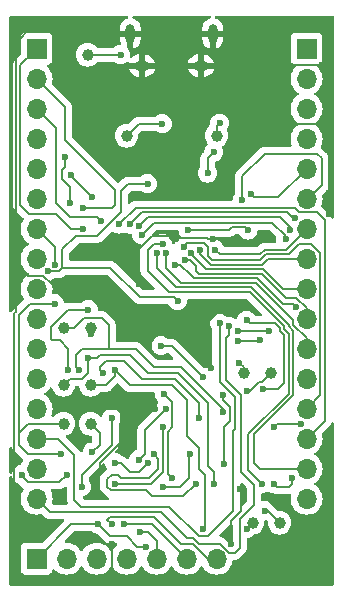
<source format=gbl>
G04 #@! TF.GenerationSoftware,KiCad,Pcbnew,7.0.1*
G04 #@! TF.CreationDate,2024-07-03T15:15:49+02:00*
G04 #@! TF.ProjectId,iCE40DevBoard,69434534-3044-4657-9642-6f6172642e6b,rev?*
G04 #@! TF.SameCoordinates,Original*
G04 #@! TF.FileFunction,Copper,L2,Bot*
G04 #@! TF.FilePolarity,Positive*
%FSLAX46Y46*%
G04 Gerber Fmt 4.6, Leading zero omitted, Abs format (unit mm)*
G04 Created by KiCad (PCBNEW 7.0.1) date 2024-07-03 15:15:49*
%MOMM*%
%LPD*%
G01*
G04 APERTURE LIST*
G04 #@! TA.AperFunction,ComponentPad*
%ADD10O,1.700000X1.700000*%
G04 #@! TD*
G04 #@! TA.AperFunction,ComponentPad*
%ADD11R,1.700000X1.700000*%
G04 #@! TD*
G04 #@! TA.AperFunction,ComponentPad*
%ADD12O,1.250000X0.950000*%
G04 #@! TD*
G04 #@! TA.AperFunction,ComponentPad*
%ADD13O,0.775000X1.645000*%
G04 #@! TD*
G04 #@! TA.AperFunction,SMDPad,CuDef*
%ADD14C,1.000000*%
G04 #@! TD*
G04 #@! TA.AperFunction,ViaPad*
%ADD15C,0.600000*%
G04 #@! TD*
G04 #@! TA.AperFunction,Conductor*
%ADD16C,0.200000*%
G04 #@! TD*
G04 APERTURE END LIST*
D10*
X177800000Y-88900000D03*
X177800000Y-86360000D03*
X177800000Y-83820000D03*
X177800000Y-81280000D03*
X177800000Y-78740000D03*
X177800000Y-76200000D03*
X177800000Y-73660000D03*
X177800000Y-71120000D03*
X177800000Y-68580000D03*
X177800000Y-66040000D03*
X177800000Y-63500000D03*
X177800000Y-60960000D03*
X177800000Y-58420000D03*
X177800000Y-55880000D03*
X177800000Y-53340000D03*
D11*
X177800000Y-50800000D03*
D10*
X193040000Y-93980000D03*
X190500000Y-93980000D03*
X187960000Y-93980000D03*
X185420000Y-93980000D03*
X182880000Y-93980000D03*
X180340000Y-93980000D03*
D11*
X177800000Y-93980000D03*
D12*
X191730000Y-52230000D03*
D13*
X192730000Y-49530000D03*
X185730000Y-49530000D03*
D12*
X186730000Y-52230000D03*
D11*
X200660000Y-50800000D03*
D10*
X200660000Y-53340000D03*
X200660000Y-55880000D03*
X200660000Y-58420000D03*
X200660000Y-60960000D03*
X200660000Y-63500000D03*
X200660000Y-66040000D03*
X200660000Y-68580000D03*
X200660000Y-71120000D03*
X200660000Y-73660000D03*
X200660000Y-76200000D03*
X200660000Y-78740000D03*
X200660000Y-81280000D03*
X200660000Y-83820000D03*
X200660000Y-86360000D03*
X200660000Y-88900000D03*
D14*
X198374000Y-90932000D03*
X182118000Y-51308000D03*
X182372000Y-79248000D03*
X180086000Y-79248000D03*
X193040000Y-58166000D03*
X195326000Y-78232000D03*
X182372000Y-74422000D03*
X185420000Y-58166000D03*
X182372000Y-82550000D03*
X180086000Y-74422000D03*
X196088000Y-90932000D03*
X180086000Y-82550000D03*
X197612000Y-78232000D03*
D15*
X187071000Y-92964000D03*
X186563000Y-91694000D03*
X185166000Y-91059000D03*
X201930000Y-52197000D03*
X202534000Y-64770000D03*
X178816000Y-91186000D03*
X196342000Y-92964000D03*
X184150000Y-92710000D03*
X183007000Y-91059000D03*
X178765200Y-69596000D03*
X192582800Y-77825600D03*
X191871600Y-78587600D03*
X188595000Y-80010000D03*
X182626000Y-87376000D03*
X184404000Y-85852000D03*
X187198000Y-85852000D03*
X186436000Y-85598000D03*
X187706000Y-85090000D03*
X195500000Y-95500000D03*
X184912000Y-51308000D03*
X183750000Y-49250000D03*
X177750000Y-48750000D03*
X179700000Y-88900000D03*
X192700000Y-66900000D03*
X186000000Y-63400000D03*
X191100000Y-57200000D03*
X180100000Y-80900000D03*
X193250000Y-53250000D03*
X195500000Y-57750000D03*
X196500000Y-48500000D03*
X184500000Y-73250000D03*
X193000000Y-63300000D03*
X180250000Y-53000000D03*
X193750000Y-72500000D03*
X201300000Y-91600000D03*
X183250000Y-70750000D03*
X188100000Y-49800000D03*
X189500000Y-63250000D03*
X195000000Y-88100000D03*
X182000000Y-58000000D03*
X194250000Y-92750000D03*
X190200000Y-49400000D03*
X176750000Y-91250000D03*
X191000000Y-63000000D03*
X186500000Y-70750000D03*
X186250000Y-73750000D03*
X185000000Y-53250000D03*
X189600000Y-66900000D03*
X187800000Y-81300000D03*
X190500000Y-55300000D03*
X181500000Y-95750000D03*
X198750000Y-49000000D03*
X197500000Y-53000000D03*
X182200000Y-72900000D03*
X190627000Y-66167000D03*
X180500000Y-78000000D03*
X195707000Y-66167000D03*
X188455000Y-57150000D03*
X193300000Y-57100000D03*
X189738000Y-72136000D03*
X187198000Y-62230000D03*
X192278000Y-61341000D03*
X192786000Y-59563000D03*
X188341000Y-75946000D03*
X186436000Y-65786000D03*
X197866000Y-82804000D03*
X199263000Y-66167000D03*
X200152000Y-82550000D03*
X199390000Y-87122000D03*
X186690000Y-66548000D03*
X197866000Y-87630000D03*
X198882000Y-66929000D03*
X188468000Y-67310000D03*
X196850000Y-87630000D03*
X189255400Y-87147400D03*
X184150000Y-82042000D03*
X181610000Y-87884000D03*
X188468000Y-82804000D03*
X184404000Y-87630000D03*
X181737000Y-66040000D03*
X181737000Y-64262000D03*
X183261000Y-65405000D03*
X180594000Y-63881000D03*
X180213000Y-59944000D03*
X182499000Y-63373000D03*
X180721000Y-61468000D03*
X179324000Y-69088000D03*
X193294000Y-74041000D03*
X194056000Y-74295000D03*
X194818000Y-74676000D03*
X197485000Y-74676000D03*
X196723000Y-75438000D03*
X194818000Y-75565000D03*
X195961000Y-63119000D03*
X195199000Y-63627000D03*
X192913000Y-67818000D03*
X191643000Y-67818000D03*
X190881000Y-68072000D03*
X190373000Y-68707000D03*
X188722000Y-68072000D03*
X189484000Y-69088000D03*
X199771000Y-72644000D03*
X190246000Y-67564000D03*
X184785000Y-65659000D03*
X187960000Y-68072000D03*
X185674000Y-65659000D03*
X199644000Y-65151000D03*
X196977000Y-79629000D03*
X195580000Y-73787000D03*
X179832000Y-85090000D03*
X179324000Y-72390000D03*
X182525000Y-84937000D03*
X180340000Y-86868000D03*
X176530000Y-86868000D03*
X182118000Y-76962000D03*
X192786000Y-87630000D03*
X191897000Y-91440000D03*
X184404000Y-77978000D03*
X181356000Y-77978000D03*
X193548000Y-81534000D03*
X183388000Y-78232000D03*
X191516000Y-82042000D03*
X182372000Y-74930000D03*
X195580000Y-79756000D03*
X194945000Y-77400000D03*
X193675000Y-85979000D03*
X197104000Y-89916000D03*
X193548000Y-80137000D03*
X195580000Y-91440000D03*
X191262000Y-87630000D03*
X188722000Y-81280000D03*
X188468000Y-87884000D03*
X190754000Y-85090000D03*
X184200800Y-91059000D03*
D16*
X185420000Y-92075000D02*
X186309000Y-92964000D01*
X184023000Y-92075000D02*
X185420000Y-92075000D01*
X186309000Y-92964000D02*
X187071000Y-92964000D01*
X183007000Y-91059000D02*
X184023000Y-92075000D01*
X187198000Y-91694000D02*
X186563000Y-91694000D01*
X187960000Y-92456000D02*
X187198000Y-91694000D01*
X187579000Y-91059000D02*
X190500000Y-93980000D01*
X185166000Y-91059000D02*
X187579000Y-91059000D01*
X187960000Y-92456000D02*
X187960000Y-93980000D01*
X201927000Y-52200000D02*
X201930000Y-52197000D01*
X198300000Y-52200000D02*
X201927000Y-52200000D01*
X202534000Y-58312800D02*
X202534000Y-64770000D01*
X175920400Y-90420400D02*
X176750000Y-91250000D01*
X175920400Y-73184626D02*
X175920400Y-90420400D01*
X184150000Y-94742000D02*
X184150000Y-92710000D01*
X180721000Y-91059000D02*
X183007000Y-91059000D01*
X177800000Y-93980000D02*
X180721000Y-91059000D01*
X184150000Y-94742000D02*
X183142000Y-95750000D01*
X183142000Y-95750000D02*
X181500000Y-95750000D01*
X199390000Y-57200800D02*
X201422000Y-57200800D01*
X198840800Y-57750000D02*
X199390000Y-57200800D01*
X201422000Y-57200800D02*
X202534000Y-58312800D01*
X195500000Y-57750000D02*
X198840800Y-57750000D01*
X178358800Y-70002400D02*
X177088800Y-70002400D01*
X179106400Y-70750000D02*
X178358800Y-70002400D01*
X176022000Y-68935600D02*
X176022000Y-68834000D01*
X183250000Y-70750000D02*
X179106400Y-70750000D01*
X177088800Y-70002400D02*
X176022000Y-68935600D01*
X176022000Y-50292000D02*
X176022000Y-68834000D01*
X176022000Y-68834000D02*
X176022000Y-73083026D01*
X184500000Y-73250000D02*
X184500000Y-72000000D01*
X184500000Y-72000000D02*
X183250000Y-70750000D01*
X179679600Y-69646800D02*
X179120800Y-69646800D01*
X179984400Y-69342000D02*
X179679600Y-69646800D01*
X178765200Y-69596000D02*
X179070000Y-69596000D01*
X179070000Y-69596000D02*
X179120800Y-69646800D01*
X184048400Y-69342000D02*
X186537600Y-71831200D01*
X179984400Y-69342000D02*
X184048400Y-69342000D01*
X186537600Y-71831200D02*
X189433200Y-71831200D01*
X189433200Y-71831200D02*
X189738000Y-72136000D01*
X179984400Y-67792600D02*
X181102000Y-66675000D01*
X179984400Y-69342000D02*
X179984400Y-67792600D01*
X185547000Y-62230000D02*
X187198000Y-62230000D01*
X184912000Y-62865000D02*
X185547000Y-62230000D01*
X184912000Y-64643000D02*
X184912000Y-62865000D01*
X182880000Y-66675000D02*
X184912000Y-64643000D01*
X181102000Y-66675000D02*
X182880000Y-66675000D01*
X192582800Y-75578800D02*
X190754000Y-73750000D01*
X192582800Y-77825600D02*
X192582800Y-75578800D01*
X190754000Y-73750000D02*
X192500000Y-73750000D01*
X186250000Y-73750000D02*
X190754000Y-73750000D01*
X189230000Y-75946000D02*
X191871600Y-78587600D01*
X176022000Y-73083026D02*
X175920400Y-73184626D01*
X177564000Y-48750000D02*
X176022000Y-50292000D01*
X177750000Y-48750000D02*
X177564000Y-48750000D01*
X189306200Y-80721200D02*
X188595000Y-80010000D01*
X189306200Y-81127600D02*
X189306200Y-80721200D01*
X183134000Y-86868000D02*
X182626000Y-87376000D01*
X184912000Y-84074000D02*
X183134000Y-85852000D01*
X183134000Y-85852000D02*
X183134000Y-86868000D01*
X184912000Y-81300000D02*
X184912000Y-84074000D01*
X184912000Y-85852000D02*
X184404000Y-85852000D01*
X185674000Y-86614000D02*
X184912000Y-85852000D01*
X186436000Y-86614000D02*
X185674000Y-86614000D01*
X187198000Y-85852000D02*
X186436000Y-86614000D01*
X186944000Y-85090000D02*
X186944000Y-83058000D01*
X186436000Y-85598000D02*
X186944000Y-85090000D01*
X188118000Y-85502000D02*
X187706000Y-85090000D01*
X184912000Y-87122000D02*
X187198000Y-87122000D01*
X184150000Y-86868000D02*
X184658000Y-86868000D01*
X187356000Y-87122000D02*
X188118000Y-86360000D01*
X183800000Y-87218000D02*
X184150000Y-86868000D01*
X188118000Y-86360000D02*
X188118000Y-85502000D01*
X184658000Y-86868000D02*
X184912000Y-87122000D01*
X183800000Y-87300000D02*
X183800000Y-87218000D01*
X187198000Y-87122000D02*
X187356000Y-87122000D01*
X184912000Y-81300000D02*
X187800000Y-81300000D01*
X180500000Y-81300000D02*
X184912000Y-81300000D01*
X194056000Y-75057000D02*
X194056000Y-74295000D01*
X193802000Y-75311000D02*
X194056000Y-75057000D01*
X193802000Y-78867000D02*
X193802000Y-75311000D01*
X195072000Y-80137000D02*
X193802000Y-78867000D01*
X195072000Y-83820000D02*
X195072000Y-80137000D01*
X195100000Y-83848000D02*
X195072000Y-83820000D01*
X195100000Y-86600000D02*
X195100000Y-83848000D01*
X196200000Y-87700000D02*
X195100000Y-86600000D01*
X196200000Y-89400000D02*
X196200000Y-87700000D01*
X195000000Y-90600000D02*
X196200000Y-89400000D01*
X195000000Y-93036000D02*
X195000000Y-90600000D01*
X194564000Y-93472000D02*
X195000000Y-93036000D01*
X193325635Y-92710000D02*
X194087635Y-93472000D01*
X194087635Y-93472000D02*
X194564000Y-93472000D01*
X191516000Y-92710000D02*
X193325635Y-92710000D01*
X191008000Y-92202000D02*
X191516000Y-92710000D01*
X190500000Y-92202000D02*
X191008000Y-92202000D01*
X188300000Y-90002000D02*
X190500000Y-92202000D01*
X188300000Y-90000000D02*
X188300000Y-90002000D01*
X178900000Y-90000000D02*
X188300000Y-90000000D01*
X177800000Y-88900000D02*
X178900000Y-90000000D01*
X192278000Y-93980000D02*
X193040000Y-93980000D01*
X187706000Y-90424000D02*
X189992000Y-92710000D01*
X191008000Y-92710000D02*
X192278000Y-93980000D01*
X184023000Y-90424000D02*
X187706000Y-90424000D01*
X183769000Y-90678000D02*
X184023000Y-90424000D01*
X189992000Y-92710000D02*
X191008000Y-92710000D01*
X184200800Y-91059000D02*
X184150000Y-91059000D01*
X184150000Y-91059000D02*
X183769000Y-90678000D01*
X182118000Y-51308000D02*
X184912000Y-51308000D01*
X186500000Y-67800000D02*
X187600000Y-66700000D01*
X194250000Y-90750000D02*
X194250000Y-92750000D01*
X189200000Y-66900000D02*
X189000000Y-66700000D01*
X189000000Y-66700000D02*
X187600000Y-66700000D01*
X192500000Y-73750000D02*
X193750000Y-72500000D01*
X195000000Y-88100000D02*
X195100000Y-88200000D01*
X190600000Y-63400000D02*
X186000000Y-63400000D01*
X192600000Y-66800000D02*
X192700000Y-66900000D01*
X191300000Y-63300000D02*
X191000000Y-63000000D01*
X192200000Y-66800000D02*
X189700000Y-66800000D01*
X195100000Y-88200000D02*
X195100000Y-89900000D01*
X180100000Y-80900000D02*
X180500000Y-81300000D01*
X189700000Y-66800000D02*
X189600000Y-66900000D01*
X186500000Y-70750000D02*
X186500000Y-67800000D01*
X192700000Y-66900000D02*
X192300000Y-66900000D01*
X195100000Y-89900000D02*
X194250000Y-90750000D01*
X189600000Y-66900000D02*
X189200000Y-66900000D01*
X193000000Y-63300000D02*
X191300000Y-63300000D01*
X191100000Y-55900000D02*
X190500000Y-55300000D01*
X192300000Y-66900000D02*
X192200000Y-66800000D01*
X198300000Y-52200000D02*
X197500000Y-53000000D01*
X191100000Y-57200000D02*
X191100000Y-55900000D01*
X191000000Y-63000000D02*
X190600000Y-63400000D01*
X179100000Y-75500000D02*
X179000000Y-75400000D01*
X179000000Y-75400000D02*
X179000000Y-74400000D01*
X180500000Y-72900000D02*
X182200000Y-72900000D01*
X195453000Y-65913000D02*
X195707000Y-66167000D01*
X194056000Y-66167000D02*
X194310000Y-65913000D01*
X190627000Y-66167000D02*
X194056000Y-66167000D01*
X186436000Y-57150000D02*
X188455000Y-57150000D01*
X185420000Y-58166000D02*
X186436000Y-57150000D01*
X179000000Y-74400000D02*
X180500000Y-72900000D01*
X179750000Y-75500000D02*
X179100000Y-75500000D01*
X194310000Y-65913000D02*
X195453000Y-65913000D01*
X180500000Y-78000000D02*
X180500000Y-76250000D01*
X180500000Y-76250000D02*
X179750000Y-75500000D01*
X193300000Y-57100000D02*
X193040000Y-57360000D01*
X193040000Y-57360000D02*
X193040000Y-58166000D01*
X192786000Y-59563000D02*
X192278000Y-60071000D01*
X192278000Y-60071000D02*
X192278000Y-61341000D01*
X188341000Y-75946000D02*
X189230000Y-75946000D01*
X199263000Y-66167000D02*
X199263000Y-65913000D01*
X198120000Y-82550000D02*
X200152000Y-82550000D01*
X199263000Y-65913000D02*
X198374000Y-65024000D01*
X198374000Y-65024000D02*
X187198000Y-65024000D01*
X198120000Y-82550000D02*
X197866000Y-82804000D01*
X187198000Y-65024000D02*
X186436000Y-65786000D01*
X197739000Y-65532000D02*
X198882000Y-66675000D01*
X199390000Y-87122000D02*
X199390000Y-87630000D01*
X187706000Y-65532000D02*
X186690000Y-66548000D01*
X198882000Y-66675000D02*
X198882000Y-66929000D01*
X198120000Y-87884000D02*
X197866000Y-87630000D01*
X199136000Y-87884000D02*
X198120000Y-87884000D01*
X197739000Y-65532000D02*
X187706000Y-65532000D01*
X199390000Y-87630000D02*
X199136000Y-87884000D01*
X187198000Y-67818000D02*
X187706000Y-67310000D01*
X195707000Y-83439000D02*
X199136000Y-80010000D01*
X199136000Y-74930000D02*
X198755000Y-74549000D01*
X196850000Y-87630000D02*
X195707000Y-86487000D01*
X188976000Y-71374000D02*
X187198000Y-69596000D01*
X198755000Y-74549000D02*
X198755000Y-74295000D01*
X195834000Y-71374000D02*
X188976000Y-71374000D01*
X187706000Y-67310000D02*
X188468000Y-67310000D01*
X195707000Y-86487000D02*
X195707000Y-83439000D01*
X198755000Y-74295000D02*
X195834000Y-71374000D01*
X199136000Y-80010000D02*
X199136000Y-74930000D01*
X187198000Y-69596000D02*
X187198000Y-67818000D01*
X188899800Y-86791800D02*
X189255400Y-87147400D01*
X189306200Y-82829400D02*
X188899800Y-83235800D01*
X189306200Y-81127600D02*
X189306200Y-81356200D01*
X189306200Y-81889600D02*
X189306200Y-82829400D01*
X188899800Y-83235800D02*
X188899800Y-86791800D01*
X189306200Y-81356200D02*
X189306200Y-81889600D01*
X184150000Y-84328000D02*
X184150000Y-82042000D01*
X181610000Y-86868000D02*
X183642000Y-84836000D01*
X181610000Y-87884000D02*
X181610000Y-86868000D01*
X183642000Y-84836000D02*
X184150000Y-84328000D01*
X184404000Y-87630000D02*
X186944000Y-87630000D01*
X186944000Y-87630000D02*
X187452000Y-87630000D01*
X187452000Y-87630000D02*
X188468000Y-86614000D01*
X188468000Y-86614000D02*
X188468000Y-82804000D01*
X176403000Y-64008000D02*
X176403000Y-52197000D01*
X176403000Y-52197000D02*
X177800000Y-50800000D01*
X177165000Y-64770000D02*
X176403000Y-64008000D01*
X181737000Y-66040000D02*
X180721000Y-66040000D01*
X179451000Y-64770000D02*
X177165000Y-64770000D01*
X180721000Y-66040000D02*
X179451000Y-64770000D01*
X180213000Y-55753000D02*
X177800000Y-53340000D01*
X180213000Y-58547000D02*
X184404000Y-62738000D01*
X184150000Y-64262000D02*
X181737000Y-64262000D01*
X184404000Y-63627000D02*
X184404000Y-64008000D01*
X184404000Y-62738000D02*
X184404000Y-63627000D01*
X184404000Y-64008000D02*
X184150000Y-64262000D01*
X180213000Y-58547000D02*
X180213000Y-55753000D01*
X179451000Y-63881000D02*
X179451000Y-57531000D01*
X179451000Y-57531000D02*
X177800000Y-55880000D01*
X182880000Y-65024000D02*
X180594000Y-65024000D01*
X183261000Y-65405000D02*
X182880000Y-65024000D01*
X180594000Y-65024000D02*
X179451000Y-63881000D01*
X180594000Y-63881000D02*
X180594000Y-62484000D01*
X180213000Y-60833000D02*
X180213000Y-59944000D01*
X179959000Y-61087000D02*
X180213000Y-60833000D01*
X179959000Y-61849000D02*
X179959000Y-61087000D01*
X180594000Y-62484000D02*
X179959000Y-61849000D01*
X182499000Y-63373000D02*
X180721000Y-61595000D01*
X180721000Y-61595000D02*
X180721000Y-61468000D01*
X179324000Y-67564000D02*
X177800000Y-66040000D01*
X179324000Y-69088000D02*
X179324000Y-67564000D01*
X192278000Y-92075000D02*
X194437000Y-89916000D01*
X181600000Y-89600000D02*
X189041000Y-89600000D01*
X193294000Y-78994000D02*
X193294000Y-74041000D01*
X189041000Y-89600000D02*
X191516000Y-92075000D01*
X177800000Y-83820000D02*
X179578000Y-83820000D01*
X194437000Y-83185000D02*
X194627500Y-82994500D01*
X191516000Y-92075000D02*
X192278000Y-92075000D01*
X194627500Y-82994500D02*
X194627500Y-80327500D01*
X179578000Y-83820000D02*
X180975000Y-85217000D01*
X180975000Y-88975000D02*
X181600000Y-89600000D01*
X180975000Y-85217000D02*
X180975000Y-88975000D01*
X194437000Y-89916000D02*
X194437000Y-83185000D01*
X194627500Y-80327500D02*
X193294000Y-78994000D01*
X194818000Y-74676000D02*
X197485000Y-74676000D01*
X194818000Y-75565000D02*
X196596000Y-75565000D01*
X196596000Y-75565000D02*
X196723000Y-75438000D01*
X196215000Y-63373000D02*
X198247000Y-63373000D01*
X195961000Y-63119000D02*
X196215000Y-63373000D01*
X198247000Y-63373000D02*
X200660000Y-60960000D01*
X200660000Y-63500000D02*
X200787000Y-63500000D01*
X200787000Y-63500000D02*
X201930000Y-62357000D01*
X195199000Y-61595000D02*
X195199000Y-63627000D01*
X201930000Y-62357000D02*
X201930000Y-60071000D01*
X201930000Y-60071000D02*
X201549000Y-59690000D01*
X201549000Y-59690000D02*
X197104000Y-59690000D01*
X197104000Y-59690000D02*
X195199000Y-61595000D01*
X197104000Y-67818000D02*
X198882000Y-67818000D01*
X196723000Y-68199000D02*
X197104000Y-67818000D01*
X193294000Y-68199000D02*
X196723000Y-68199000D01*
X198882000Y-67818000D02*
X200660000Y-66040000D01*
X192913000Y-67818000D02*
X193294000Y-68199000D01*
X191643000Y-68199000D02*
X191643000Y-67818000D01*
X192532000Y-69088000D02*
X191643000Y-68199000D01*
X196850000Y-69088000D02*
X192532000Y-69088000D01*
X200660000Y-68580000D02*
X197358000Y-68580000D01*
X197358000Y-68580000D02*
X196850000Y-69088000D01*
X192151000Y-69469000D02*
X196977000Y-69469000D01*
X190881000Y-68199000D02*
X190881000Y-68072000D01*
X198628000Y-71120000D02*
X200660000Y-71120000D01*
X196977000Y-69469000D02*
X198628000Y-71120000D01*
X192151000Y-69469000D02*
X190881000Y-68199000D01*
X198882000Y-71882000D02*
X199786818Y-71882000D01*
X190754000Y-68707000D02*
X191262000Y-69215000D01*
X191262000Y-69596000D02*
X191516000Y-69850000D01*
X196850000Y-69850000D02*
X198882000Y-71882000D01*
X199786818Y-71882000D02*
X200660000Y-72755182D01*
X200660000Y-72755182D02*
X200660000Y-73660000D01*
X190373000Y-68707000D02*
X190754000Y-68707000D01*
X191262000Y-69215000D02*
X191262000Y-69596000D01*
X191516000Y-69850000D02*
X196850000Y-69850000D01*
X189992000Y-70612000D02*
X196342000Y-70612000D01*
X199517000Y-73787000D02*
X199517000Y-74168000D01*
X188722000Y-69342000D02*
X189992000Y-70612000D01*
X199517000Y-74168000D02*
X200660000Y-75311000D01*
X196342000Y-70612000D02*
X199517000Y-73787000D01*
X200660000Y-75311000D02*
X200660000Y-76200000D01*
X188722000Y-68072000D02*
X188722000Y-69342000D01*
X190881000Y-69977000D02*
X190865182Y-69977000D01*
X196469000Y-70231000D02*
X191135000Y-70231000D01*
X190865182Y-69977000D02*
X189976182Y-69088000D01*
X189976182Y-69088000D02*
X189484000Y-69088000D01*
X199517000Y-72390000D02*
X198628000Y-72390000D01*
X199771000Y-72644000D02*
X199517000Y-72390000D01*
X191135000Y-70231000D02*
X190881000Y-69977000D01*
X198628000Y-72390000D02*
X196469000Y-70231000D01*
X192278000Y-68339026D02*
X192645974Y-68707000D01*
X201834000Y-68103000D02*
X201834000Y-80106000D01*
X197231000Y-68199000D02*
X199136000Y-68199000D01*
X200025000Y-67310000D02*
X201041000Y-67310000D01*
X192645974Y-68707000D02*
X196723000Y-68707000D01*
X201041000Y-67310000D02*
X201834000Y-68103000D01*
X191960500Y-67246500D02*
X192278000Y-67564000D01*
X201834000Y-80106000D02*
X200660000Y-81280000D01*
X192278000Y-67564000D02*
X192278000Y-68339026D01*
X190563500Y-67246500D02*
X191960500Y-67246500D01*
X196723000Y-68707000D02*
X197231000Y-68199000D01*
X199136000Y-68199000D02*
X200025000Y-67310000D01*
X190246000Y-67564000D02*
X190563500Y-67246500D01*
X186182000Y-64262000D02*
X199644000Y-64262000D01*
X184785000Y-65659000D02*
X186182000Y-64262000D01*
X199644000Y-64262000D02*
X200025000Y-64643000D01*
X202184000Y-82296000D02*
X200660000Y-83820000D01*
X202184000Y-65278000D02*
X202184000Y-82296000D01*
X200025000Y-64643000D02*
X201549000Y-64643000D01*
X201549000Y-64643000D02*
X202184000Y-65278000D01*
X189580000Y-70962000D02*
X195930000Y-70962000D01*
X199136000Y-74168000D02*
X199136000Y-74295000D01*
X195930000Y-70962000D02*
X199136000Y-74168000D01*
X187960000Y-68072000D02*
X187960000Y-69342000D01*
X199517000Y-80137000D02*
X196215000Y-83439000D01*
X199136000Y-74295000D02*
X199517000Y-74676000D01*
X199517000Y-74676000D02*
X199517000Y-80137000D01*
X196215000Y-83439000D02*
X196215000Y-85852000D01*
X187960000Y-69342000D02*
X189580000Y-70962000D01*
X196215000Y-85852000D02*
X196723000Y-86360000D01*
X196723000Y-86360000D02*
X200660000Y-86360000D01*
X199009000Y-64643000D02*
X199517000Y-65151000D01*
X185674000Y-65659000D02*
X186690000Y-64643000D01*
X199517000Y-65151000D02*
X199644000Y-65151000D01*
X186690000Y-64643000D02*
X199009000Y-64643000D01*
X198755000Y-75057000D02*
X198374000Y-74676000D01*
X198247000Y-79629000D02*
X198755000Y-79121000D01*
X195834000Y-74041000D02*
X197993000Y-74041000D01*
X195580000Y-73787000D02*
X195834000Y-74041000D01*
X198374000Y-74422000D02*
X197993000Y-74041000D01*
X196977000Y-79629000D02*
X198247000Y-79629000D01*
X198755000Y-79121000D02*
X198755000Y-75057000D01*
X198374000Y-74676000D02*
X198374000Y-74422000D01*
X180086000Y-82550000D02*
X177038000Y-82550000D01*
X177038000Y-85090000D02*
X179832000Y-85090000D01*
X176276000Y-83312000D02*
X176276000Y-84328000D01*
X179324000Y-72390000D02*
X177210000Y-72390000D01*
X176276000Y-84328000D02*
X177038000Y-85090000D01*
X177038000Y-82550000D02*
X176276000Y-83312000D01*
X176276000Y-75692000D02*
X176276000Y-83312000D01*
X177210000Y-72390000D02*
X176276000Y-73324000D01*
X176276000Y-73324000D02*
X176276000Y-75692000D01*
X183134000Y-83312000D02*
X182372000Y-82550000D01*
X176530000Y-86995000D02*
X177038000Y-87503000D01*
X183134000Y-84328000D02*
X183134000Y-83312000D01*
X180340000Y-86868000D02*
X179705000Y-87503000D01*
X179705000Y-87503000D02*
X177038000Y-87503000D01*
X182525000Y-84937000D02*
X183134000Y-84328000D01*
X176530000Y-86868000D02*
X176530000Y-86995000D01*
X192786000Y-86614000D02*
X192786000Y-87630000D01*
X183134000Y-76708000D02*
X185674000Y-76708000D01*
X180594000Y-78740000D02*
X181610000Y-78740000D01*
X189738000Y-78232000D02*
X192278000Y-80772000D01*
X192278000Y-85598000D02*
X192278000Y-86106000D01*
X180086000Y-79248000D02*
X180594000Y-78740000D01*
X192278000Y-86106000D02*
X192786000Y-86614000D01*
X185674000Y-76708000D02*
X187198000Y-78232000D01*
X182118000Y-76962000D02*
X182880000Y-76962000D01*
X192278000Y-80772000D02*
X192278000Y-85598000D01*
X187198000Y-78232000D02*
X189738000Y-78232000D01*
X181610000Y-78740000D02*
X182118000Y-78232000D01*
X182118000Y-78232000D02*
X182118000Y-76962000D01*
X182880000Y-76962000D02*
X183134000Y-76708000D01*
X184404000Y-77978000D02*
X185674000Y-79248000D01*
X192024000Y-86868000D02*
X192024000Y-88392000D01*
X184404000Y-78486000D02*
X184404000Y-77978000D01*
X192024000Y-90170000D02*
X192024000Y-91313000D01*
X192024000Y-91313000D02*
X191897000Y-91440000D01*
X191516000Y-86360000D02*
X192024000Y-86868000D01*
X182372000Y-79248000D02*
X183642000Y-79248000D01*
X192024000Y-88392000D02*
X192024000Y-90170000D01*
X183642000Y-79248000D02*
X184404000Y-78486000D01*
X190500000Y-80518000D02*
X190500000Y-83566000D01*
X191516000Y-84582000D02*
X191516000Y-86360000D01*
X185674000Y-79248000D02*
X189230000Y-79248000D01*
X190500000Y-83566000D02*
X191262000Y-84328000D01*
X189230000Y-79248000D02*
X190500000Y-80518000D01*
X191262000Y-84328000D02*
X191516000Y-84582000D01*
X181102000Y-77724000D02*
X181102000Y-76708000D01*
X183896000Y-74168000D02*
X183896000Y-76200000D01*
X180086000Y-74422000D02*
X180978000Y-74422000D01*
X181102000Y-76708000D02*
X181610000Y-76200000D01*
X186182000Y-76200000D02*
X187706000Y-77724000D01*
X183896000Y-76200000D02*
X186182000Y-76200000D01*
X181800000Y-73600000D02*
X183328000Y-73600000D01*
X183328000Y-73600000D02*
X183896000Y-74168000D01*
X181356000Y-77978000D02*
X181102000Y-77724000D01*
X187706000Y-77724000D02*
X189992000Y-77724000D01*
X193548000Y-81280000D02*
X193548000Y-81534000D01*
X189992000Y-77724000D02*
X193548000Y-81280000D01*
X180978000Y-74422000D02*
X181800000Y-73600000D01*
X181610000Y-76200000D02*
X183896000Y-76200000D01*
X189484000Y-78740000D02*
X191516000Y-80772000D01*
X183134000Y-77724000D02*
X183642000Y-77216000D01*
X182372000Y-74930000D02*
X182372000Y-74422000D01*
X191516000Y-80772000D02*
X191516000Y-82042000D01*
X185166000Y-77216000D02*
X186690000Y-78740000D01*
X183642000Y-77216000D02*
X185166000Y-77216000D01*
X186690000Y-78740000D02*
X189484000Y-78740000D01*
X183388000Y-78232000D02*
X183134000Y-77978000D01*
X183134000Y-77978000D02*
X183134000Y-77724000D01*
X197612000Y-78232000D02*
X196850000Y-78994000D01*
X196596000Y-78994000D02*
X195834000Y-79756000D01*
X196850000Y-78994000D02*
X196596000Y-78994000D01*
X195834000Y-79756000D02*
X195580000Y-79756000D01*
X195326000Y-77781000D02*
X194945000Y-77400000D01*
X195326000Y-78232000D02*
X195326000Y-77781000D01*
X193675000Y-82804000D02*
X194183000Y-82296000D01*
X193548000Y-80137000D02*
X193548000Y-80518000D01*
X198374000Y-90932000D02*
X197358000Y-89916000D01*
X193675000Y-85979000D02*
X193675000Y-82804000D01*
X193548000Y-80518000D02*
X194183000Y-81153000D01*
X194183000Y-81153000D02*
X194183000Y-82296000D01*
X197358000Y-89916000D02*
X197104000Y-89916000D01*
X196088000Y-90932000D02*
X195580000Y-91440000D01*
X190192000Y-88700000D02*
X187600000Y-88700000D01*
X183800000Y-87900000D02*
X183800000Y-87300000D01*
X191262000Y-87630000D02*
X190192000Y-88700000D01*
X187600000Y-88700000D02*
X187100000Y-88200000D01*
X187100000Y-88200000D02*
X184100000Y-88200000D01*
X184100000Y-88200000D02*
X183800000Y-87900000D01*
X186944000Y-83058000D02*
X188722000Y-81280000D01*
X188468000Y-87884000D02*
X189982695Y-87884000D01*
X189982695Y-87884000D02*
X190749348Y-87117347D01*
X190749348Y-85094652D02*
X190754000Y-85090000D01*
X190749348Y-87117347D02*
X190749348Y-85094652D01*
G04 #@! TA.AperFunction,Conductor*
G36*
X202931795Y-82409296D02*
G01*
X202981227Y-82454991D01*
X202999500Y-82519781D01*
X202999500Y-96125500D01*
X202982887Y-96187500D01*
X202937500Y-96232887D01*
X202875500Y-96249500D01*
X175624500Y-96249500D01*
X175562500Y-96232887D01*
X175517113Y-96187500D01*
X175500500Y-96125500D01*
X175500500Y-87079377D01*
X175519506Y-87013405D01*
X175570698Y-86967657D01*
X175638384Y-86956157D01*
X175701813Y-86982430D01*
X175741542Y-87038422D01*
X175744631Y-87047251D01*
X175744632Y-87047255D01*
X175804211Y-87217522D01*
X175843768Y-87280476D01*
X175900185Y-87370264D01*
X176027735Y-87497814D01*
X176027737Y-87497815D01*
X176027738Y-87497816D01*
X176180478Y-87593789D01*
X176306169Y-87637770D01*
X176352895Y-87667130D01*
X176579802Y-87894038D01*
X176590497Y-87906233D01*
X176595241Y-87912416D01*
X176609718Y-87931282D01*
X176641212Y-87955448D01*
X176641214Y-87955450D01*
X176658606Y-87968795D01*
X176696979Y-88018057D01*
X176706478Y-88079773D01*
X176684696Y-88138293D01*
X176625965Y-88222171D01*
X176526097Y-88436336D01*
X176464936Y-88664592D01*
X176444340Y-88899999D01*
X176464936Y-89135407D01*
X176505337Y-89286184D01*
X176526097Y-89363663D01*
X176625965Y-89577830D01*
X176761505Y-89771401D01*
X176928599Y-89938495D01*
X177122170Y-90074035D01*
X177336337Y-90173903D01*
X177564592Y-90235063D01*
X177799999Y-90255659D01*
X177799999Y-90255658D01*
X177800000Y-90255659D01*
X178035408Y-90235063D01*
X178163757Y-90200672D01*
X178227943Y-90200672D01*
X178283531Y-90232766D01*
X178441799Y-90391034D01*
X178452494Y-90403229D01*
X178471717Y-90428282D01*
X178559935Y-90495973D01*
X178586686Y-90516500D01*
X178597159Y-90524536D01*
X178743238Y-90585044D01*
X178821619Y-90595363D01*
X178899999Y-90605682D01*
X178899999Y-90605681D01*
X178900000Y-90605682D01*
X178931302Y-90601560D01*
X178947487Y-90600500D01*
X180030903Y-90600500D01*
X180087198Y-90614015D01*
X180131221Y-90651615D01*
X180153376Y-90705102D01*
X180148834Y-90762818D01*
X180118584Y-90812181D01*
X178337582Y-92593181D01*
X178297354Y-92620061D01*
X178249901Y-92629500D01*
X176902130Y-92629500D01*
X176842515Y-92635909D01*
X176707669Y-92686204D01*
X176592454Y-92772454D01*
X176506204Y-92887668D01*
X176462554Y-93004699D01*
X176455909Y-93022517D01*
X176450228Y-93075361D01*
X176449500Y-93082130D01*
X176449500Y-94877869D01*
X176455909Y-94937484D01*
X176481056Y-95004907D01*
X176506204Y-95072331D01*
X176592454Y-95187546D01*
X176707669Y-95273796D01*
X176842517Y-95324091D01*
X176902127Y-95330500D01*
X178697872Y-95330499D01*
X178757483Y-95324091D01*
X178892331Y-95273796D01*
X179007546Y-95187546D01*
X179093796Y-95072331D01*
X179142810Y-94940916D01*
X179177789Y-94890537D01*
X179232634Y-94863084D01*
X179293927Y-94865273D01*
X179346673Y-94896569D01*
X179468599Y-95018495D01*
X179662170Y-95154035D01*
X179876337Y-95253903D01*
X180104592Y-95315063D01*
X180340000Y-95335659D01*
X180575408Y-95315063D01*
X180803663Y-95253903D01*
X181017830Y-95154035D01*
X181211401Y-95018495D01*
X181378495Y-94851401D01*
X181508426Y-94665839D01*
X181552743Y-94626975D01*
X181610000Y-94612964D01*
X181667257Y-94626975D01*
X181711573Y-94665839D01*
X181841505Y-94851401D01*
X182008599Y-95018495D01*
X182202170Y-95154035D01*
X182416337Y-95253903D01*
X182644592Y-95315063D01*
X182880000Y-95335659D01*
X183115408Y-95315063D01*
X183343663Y-95253903D01*
X183557830Y-95154035D01*
X183751401Y-95018495D01*
X183918495Y-94851401D01*
X184048426Y-94665839D01*
X184092743Y-94626975D01*
X184150000Y-94612964D01*
X184207257Y-94626975D01*
X184251573Y-94665839D01*
X184381505Y-94851401D01*
X184548599Y-95018495D01*
X184742170Y-95154035D01*
X184956337Y-95253903D01*
X185184592Y-95315063D01*
X185420000Y-95335659D01*
X185655408Y-95315063D01*
X185883663Y-95253903D01*
X186097830Y-95154035D01*
X186291401Y-95018495D01*
X186458495Y-94851401D01*
X186588426Y-94665839D01*
X186632743Y-94626975D01*
X186690000Y-94612964D01*
X186747257Y-94626975D01*
X186791573Y-94665839D01*
X186921505Y-94851401D01*
X187088599Y-95018495D01*
X187282170Y-95154035D01*
X187496337Y-95253903D01*
X187724592Y-95315063D01*
X187960000Y-95335659D01*
X188195408Y-95315063D01*
X188423663Y-95253903D01*
X188637830Y-95154035D01*
X188831401Y-95018495D01*
X188998495Y-94851401D01*
X189128426Y-94665839D01*
X189172743Y-94626975D01*
X189230000Y-94612964D01*
X189287257Y-94626975D01*
X189331573Y-94665839D01*
X189461505Y-94851401D01*
X189628599Y-95018495D01*
X189822170Y-95154035D01*
X190036337Y-95253903D01*
X190264592Y-95315063D01*
X190500000Y-95335659D01*
X190735408Y-95315063D01*
X190963663Y-95253903D01*
X191177830Y-95154035D01*
X191371401Y-95018495D01*
X191538495Y-94851401D01*
X191668426Y-94665839D01*
X191712743Y-94626975D01*
X191770000Y-94612964D01*
X191827257Y-94626975D01*
X191871573Y-94665839D01*
X192001505Y-94851401D01*
X192168599Y-95018495D01*
X192362170Y-95154035D01*
X192576337Y-95253903D01*
X192804592Y-95315063D01*
X193040000Y-95335659D01*
X193275408Y-95315063D01*
X193503663Y-95253903D01*
X193717830Y-95154035D01*
X193911401Y-95018495D01*
X194078495Y-94851401D01*
X194214035Y-94657830D01*
X194313903Y-94443663D01*
X194375063Y-94215408D01*
X194377663Y-94185694D01*
X194397590Y-94128361D01*
X194442340Y-94087355D01*
X194501191Y-94072500D01*
X194516513Y-94072500D01*
X194532697Y-94073560D01*
X194564000Y-94077682D01*
X194720762Y-94057044D01*
X194866841Y-93996536D01*
X194954772Y-93929064D01*
X194992282Y-93900282D01*
X195011509Y-93875223D01*
X195022190Y-93863043D01*
X195391043Y-93494190D01*
X195403223Y-93483509D01*
X195428282Y-93464282D01*
X195524536Y-93338841D01*
X195585044Y-93192762D01*
X195600500Y-93075361D01*
X195605682Y-93036000D01*
X195601560Y-93004697D01*
X195600500Y-92988513D01*
X195600500Y-92354068D01*
X195614870Y-92296126D01*
X195654649Y-92251614D01*
X195710616Y-92230848D01*
X195759255Y-92225368D01*
X195929522Y-92165789D01*
X196082262Y-92069816D01*
X196197212Y-91954865D01*
X196231875Y-91930454D01*
X196272739Y-91919146D01*
X196284132Y-91918024D01*
X196472727Y-91860814D01*
X196646538Y-91767910D01*
X196798883Y-91642883D01*
X196923910Y-91490538D01*
X197016814Y-91316727D01*
X197074024Y-91128132D01*
X197093341Y-90932000D01*
X197084944Y-90846744D01*
X197095162Y-90783945D01*
X197135180Y-90734479D01*
X197194461Y-90711372D01*
X197233693Y-90706952D01*
X197288530Y-90713130D01*
X197335256Y-90742491D01*
X197341184Y-90748419D01*
X197370254Y-90794325D01*
X197376906Y-90848252D01*
X197368658Y-90931998D01*
X197387976Y-91128133D01*
X197445185Y-91316726D01*
X197445186Y-91316727D01*
X197538090Y-91490538D01*
X197663117Y-91642883D01*
X197815462Y-91767910D01*
X197989273Y-91860814D01*
X198177868Y-91918024D01*
X198374000Y-91937341D01*
X198570132Y-91918024D01*
X198758727Y-91860814D01*
X198932538Y-91767910D01*
X199084883Y-91642883D01*
X199209910Y-91490538D01*
X199302814Y-91316727D01*
X199360024Y-91128132D01*
X199379341Y-90932000D01*
X199360024Y-90735868D01*
X199302814Y-90547273D01*
X199209910Y-90373462D01*
X199084883Y-90221117D01*
X198932538Y-90096090D01*
X198891276Y-90074035D01*
X198758726Y-90003185D01*
X198570133Y-89945976D01*
X198373998Y-89926658D01*
X198290252Y-89934906D01*
X198236325Y-89928254D01*
X198190419Y-89899184D01*
X197816199Y-89524964D01*
X197805503Y-89512768D01*
X197796921Y-89501584D01*
X197786282Y-89487718D01*
X197776423Y-89474869D01*
X197762888Y-89460005D01*
X197746751Y-89434325D01*
X197733816Y-89413738D01*
X197606262Y-89286184D01*
X197606261Y-89286183D01*
X197529891Y-89238197D01*
X197453522Y-89190211D01*
X197283255Y-89130632D01*
X197283253Y-89130631D01*
X197283251Y-89130631D01*
X197104000Y-89110434D01*
X196938384Y-89129095D01*
X196870699Y-89117595D01*
X196819506Y-89071847D01*
X196800500Y-89005875D01*
X196800500Y-88551956D01*
X196814870Y-88494015D01*
X196854648Y-88449503D01*
X196910616Y-88428736D01*
X196977148Y-88421238D01*
X197029255Y-88415368D01*
X197199522Y-88355789D01*
X197292029Y-88297662D01*
X197358000Y-88278657D01*
X197423970Y-88297662D01*
X197516478Y-88355789D01*
X197686745Y-88415368D01*
X197866000Y-88435565D01*
X197866000Y-88435564D01*
X197871149Y-88436145D01*
X197904714Y-88444802D01*
X197963238Y-88469044D01*
X198041618Y-88479362D01*
X198119999Y-88489682D01*
X198119999Y-88489681D01*
X198120000Y-88489682D01*
X198151302Y-88485560D01*
X198167487Y-88484500D01*
X199088513Y-88484500D01*
X199104697Y-88485560D01*
X199136000Y-88489682D01*
X199196436Y-88481725D01*
X199256296Y-88488611D01*
X199305846Y-88522904D01*
X199333379Y-88576504D01*
X199332395Y-88636755D01*
X199324936Y-88664593D01*
X199304340Y-88899999D01*
X199324936Y-89135407D01*
X199365337Y-89286184D01*
X199386097Y-89363663D01*
X199485965Y-89577830D01*
X199621505Y-89771401D01*
X199788599Y-89938495D01*
X199982170Y-90074035D01*
X200196337Y-90173903D01*
X200424592Y-90235063D01*
X200659999Y-90255659D01*
X200659999Y-90255658D01*
X200660000Y-90255659D01*
X200895408Y-90235063D01*
X201123663Y-90173903D01*
X201337830Y-90074035D01*
X201531401Y-89938495D01*
X201698495Y-89771401D01*
X201834035Y-89577830D01*
X201933903Y-89363663D01*
X201995063Y-89135408D01*
X202015659Y-88900000D01*
X201995063Y-88664592D01*
X201933903Y-88436337D01*
X201834035Y-88222171D01*
X201698495Y-88028599D01*
X201531401Y-87861505D01*
X201345839Y-87731573D01*
X201306975Y-87687257D01*
X201292964Y-87630000D01*
X201306975Y-87572743D01*
X201345839Y-87528426D01*
X201531401Y-87398495D01*
X201698495Y-87231401D01*
X201834035Y-87037830D01*
X201933903Y-86823663D01*
X201995063Y-86595408D01*
X202015659Y-86360000D01*
X201995063Y-86124592D01*
X201933903Y-85896337D01*
X201834035Y-85682171D01*
X201698495Y-85488599D01*
X201531401Y-85321505D01*
X201345839Y-85191573D01*
X201306975Y-85147257D01*
X201292964Y-85090000D01*
X201306975Y-85032743D01*
X201345839Y-84988426D01*
X201531401Y-84858495D01*
X201698495Y-84691401D01*
X201834035Y-84497830D01*
X201933903Y-84283663D01*
X201995063Y-84055408D01*
X202015659Y-83820000D01*
X201995063Y-83584592D01*
X201960672Y-83456242D01*
X201960672Y-83392055D01*
X201992766Y-83336468D01*
X202239933Y-83089301D01*
X202575044Y-82754190D01*
X202587234Y-82743501D01*
X202609610Y-82726332D01*
X202612282Y-82724282D01*
X202637315Y-82691659D01*
X202708536Y-82598841D01*
X202760939Y-82472328D01*
X202802614Y-82419463D01*
X202865771Y-82396163D01*
X202931795Y-82409296D01*
G37*
G04 #@! TD.AperFunction*
G04 #@! TA.AperFunction,Conductor*
G36*
X182471512Y-91668939D02*
G01*
X182492088Y-91682687D01*
X182492908Y-91681383D01*
X182504738Y-91688816D01*
X182657478Y-91784789D01*
X182827745Y-91844368D01*
X182914666Y-91854161D01*
X182954585Y-91865661D01*
X182988465Y-91889700D01*
X183564799Y-92466034D01*
X183575494Y-92478229D01*
X183594717Y-92503282D01*
X183699326Y-92583550D01*
X183699329Y-92583552D01*
X183720160Y-92599537D01*
X183780041Y-92624340D01*
X183866238Y-92660044D01*
X183991698Y-92676561D01*
X184022999Y-92680682D01*
X184022999Y-92680681D01*
X184023000Y-92680682D01*
X184054302Y-92676560D01*
X184070487Y-92675500D01*
X184535217Y-92675500D01*
X184595333Y-92691047D01*
X184640375Y-92733790D01*
X184659047Y-92793011D01*
X184646667Y-92853858D01*
X184606341Y-92901073D01*
X184573927Y-92923770D01*
X184548597Y-92941506D01*
X184381505Y-93108598D01*
X184251575Y-93294159D01*
X184207257Y-93333025D01*
X184150000Y-93347036D01*
X184092743Y-93333025D01*
X184048425Y-93294159D01*
X183918494Y-93108598D01*
X183751404Y-92941508D01*
X183751404Y-92941507D01*
X183751401Y-92941505D01*
X183557830Y-92805965D01*
X183343663Y-92706097D01*
X183282502Y-92689709D01*
X183115407Y-92644936D01*
X182880000Y-92624340D01*
X182644592Y-92644936D01*
X182416336Y-92706097D01*
X182202170Y-92805965D01*
X182008598Y-92941505D01*
X181841505Y-93108598D01*
X181711575Y-93294159D01*
X181667257Y-93333025D01*
X181610000Y-93347036D01*
X181552743Y-93333025D01*
X181508425Y-93294159D01*
X181378494Y-93108598D01*
X181211404Y-92941508D01*
X181211404Y-92941507D01*
X181211401Y-92941505D01*
X181017830Y-92805965D01*
X180803663Y-92706097D01*
X180742502Y-92689709D01*
X180575407Y-92644936D01*
X180339997Y-92624340D01*
X180312152Y-92626776D01*
X180252895Y-92617390D01*
X180204980Y-92581283D01*
X180179625Y-92526907D01*
X180182765Y-92466993D01*
X180213664Y-92415570D01*
X180933415Y-91695819D01*
X180973644Y-91668939D01*
X181021097Y-91659500D01*
X182424059Y-91659500D01*
X182471512Y-91668939D01*
G37*
G04 #@! TD.AperFunction*
G04 #@! TA.AperFunction,Conductor*
G36*
X194348385Y-91001779D02*
G01*
X194385985Y-91045802D01*
X194399500Y-91102097D01*
X194399500Y-92635268D01*
X194385985Y-92691563D01*
X194348385Y-92735586D01*
X194294898Y-92757741D01*
X194237182Y-92753199D01*
X194187819Y-92722949D01*
X193783834Y-92318964D01*
X193773138Y-92306768D01*
X193753916Y-92281716D01*
X193628475Y-92185463D01*
X193482397Y-92124956D01*
X193373703Y-92110646D01*
X193311224Y-92083560D01*
X193272470Y-92027565D01*
X193269128Y-91959549D01*
X193302206Y-91900028D01*
X194187819Y-91014416D01*
X194237182Y-90984166D01*
X194294898Y-90979624D01*
X194348385Y-91001779D01*
G37*
G04 #@! TD.AperFunction*
G04 #@! TA.AperFunction,Conductor*
G36*
X195199818Y-87568166D02*
G01*
X195249181Y-87598416D01*
X195563181Y-87912416D01*
X195590061Y-87952644D01*
X195599500Y-88000097D01*
X195599500Y-89099903D01*
X195590061Y-89147356D01*
X195563181Y-89187584D01*
X195249181Y-89501584D01*
X195199818Y-89531834D01*
X195142102Y-89536376D01*
X195088615Y-89514221D01*
X195051015Y-89470198D01*
X195037500Y-89413903D01*
X195037500Y-87686097D01*
X195051015Y-87629802D01*
X195088615Y-87585779D01*
X195142102Y-87563624D01*
X195199818Y-87568166D01*
G37*
G04 #@! TD.AperFunction*
G04 #@! TA.AperFunction,Conductor*
G36*
X180318034Y-87878215D02*
G01*
X180359473Y-87923043D01*
X180374500Y-87982211D01*
X180374500Y-88927513D01*
X180373439Y-88943699D01*
X180369317Y-88975000D01*
X180373383Y-89005875D01*
X180374500Y-89014361D01*
X180389956Y-89131762D01*
X180429839Y-89228047D01*
X180438681Y-89287654D01*
X180418380Y-89344391D01*
X180373731Y-89384858D01*
X180315278Y-89399500D01*
X179225900Y-89399500D01*
X179171056Y-89386712D01*
X179127524Y-89350986D01*
X179104283Y-89299691D01*
X179106125Y-89243406D01*
X179120378Y-89190212D01*
X179135063Y-89135408D01*
X179155659Y-88900000D01*
X179135063Y-88664592D01*
X179073903Y-88436337D01*
X179000956Y-88279904D01*
X178989604Y-88219390D01*
X179008758Y-88160875D01*
X179053696Y-88118786D01*
X179113339Y-88103500D01*
X179657513Y-88103500D01*
X179673697Y-88104560D01*
X179705000Y-88108682D01*
X179861762Y-88088044D01*
X180007841Y-88027536D01*
X180091010Y-87963718D01*
X180133282Y-87931282D01*
X180152122Y-87906727D01*
X180200062Y-87868933D01*
X180260227Y-87858593D01*
X180318034Y-87878215D01*
G37*
G04 #@! TD.AperFunction*
G04 #@! TA.AperFunction,Conductor*
G36*
X183532522Y-85893985D02*
G01*
X183588515Y-85933714D01*
X183614788Y-85997143D01*
X183618631Y-86031250D01*
X183618632Y-86031255D01*
X183678211Y-86201522D01*
X183678212Y-86201523D01*
X183734196Y-86290622D01*
X183751699Y-86337349D01*
X183749368Y-86387192D01*
X183727578Y-86432080D01*
X183702495Y-86464769D01*
X183691800Y-86476964D01*
X183408965Y-86759798D01*
X183396774Y-86770490D01*
X183371721Y-86789715D01*
X183371719Y-86789716D01*
X183371718Y-86789718D01*
X183299538Y-86883785D01*
X183294144Y-86890815D01*
X183275462Y-86915161D01*
X183214956Y-87061237D01*
X183194317Y-87217999D01*
X183198439Y-87249301D01*
X183199500Y-87265487D01*
X183199500Y-87852513D01*
X183198439Y-87868699D01*
X183194317Y-87900000D01*
X183199500Y-87939360D01*
X183199500Y-87939361D01*
X183214956Y-88056762D01*
X183275463Y-88202840D01*
X183371716Y-88328281D01*
X183396768Y-88347503D01*
X183408964Y-88358199D01*
X183641799Y-88591034D01*
X183652494Y-88603229D01*
X183671717Y-88628282D01*
X183728900Y-88672159D01*
X183797159Y-88724536D01*
X183797160Y-88724536D01*
X183797161Y-88724537D01*
X183885043Y-88760939D01*
X183937909Y-88802614D01*
X183961209Y-88865771D01*
X183948076Y-88931795D01*
X183902381Y-88981227D01*
X183837591Y-88999500D01*
X181900098Y-88999500D01*
X181852645Y-88990061D01*
X181812417Y-88963181D01*
X181728082Y-88878846D01*
X181694867Y-88818737D01*
X181698735Y-88750171D01*
X181738499Y-88694179D01*
X181777491Y-88678054D01*
X181776067Y-88673982D01*
X181789251Y-88669368D01*
X181789255Y-88669368D01*
X181959522Y-88609789D01*
X182112262Y-88513816D01*
X182239816Y-88386262D01*
X182335789Y-88233522D01*
X182395368Y-88063255D01*
X182415565Y-87884000D01*
X182413030Y-87861505D01*
X182397759Y-87725965D01*
X182395368Y-87704745D01*
X182335789Y-87534478D01*
X182239816Y-87381738D01*
X182232383Y-87369908D01*
X182233687Y-87369088D01*
X182219939Y-87348512D01*
X182210500Y-87301059D01*
X182210500Y-87168097D01*
X182219939Y-87120644D01*
X182246819Y-87080416D01*
X182533830Y-86793405D01*
X183403889Y-85923344D01*
X183463975Y-85890136D01*
X183532522Y-85893985D01*
G37*
G04 #@! TD.AperFunction*
G04 #@! TA.AperFunction,Conductor*
G36*
X175697385Y-84548033D02*
G01*
X175739061Y-84600898D01*
X175751464Y-84630841D01*
X175847716Y-84756281D01*
X175872768Y-84775503D01*
X175884964Y-84786199D01*
X176579799Y-85481034D01*
X176590494Y-85493229D01*
X176619656Y-85531234D01*
X176617494Y-85532892D01*
X176639128Y-85560659D01*
X176648633Y-85622376D01*
X176630115Y-85672136D01*
X176630550Y-85672339D01*
X176628024Y-85677755D01*
X176626854Y-85680900D01*
X176625967Y-85682166D01*
X176526097Y-85896335D01*
X176501965Y-85986398D01*
X176480093Y-86030402D01*
X176442847Y-86062456D01*
X176396074Y-86077524D01*
X176350749Y-86082631D01*
X176350746Y-86082631D01*
X176350745Y-86082632D01*
X176180478Y-86142211D01*
X176180476Y-86142211D01*
X176180476Y-86142212D01*
X176027735Y-86238185D01*
X175900185Y-86365735D01*
X175804772Y-86517585D01*
X175804211Y-86518478D01*
X175744632Y-86688745D01*
X175744631Y-86688748D01*
X175741542Y-86697578D01*
X175701813Y-86753570D01*
X175638384Y-86779843D01*
X175570698Y-86768343D01*
X175519506Y-86722595D01*
X175500500Y-86656623D01*
X175500500Y-84648351D01*
X175518773Y-84583561D01*
X175568205Y-84537866D01*
X175634229Y-84524733D01*
X175697385Y-84548033D01*
G37*
G04 #@! TD.AperFunction*
G04 #@! TA.AperFunction,Conductor*
G36*
X184745680Y-79168915D02*
G01*
X185215799Y-79639034D01*
X185226494Y-79651229D01*
X185245717Y-79676282D01*
X185311028Y-79726396D01*
X185329409Y-79740500D01*
X185371159Y-79772536D01*
X185517238Y-79833044D01*
X185642698Y-79849561D01*
X185673999Y-79853682D01*
X185673999Y-79853681D01*
X185674000Y-79853682D01*
X185705302Y-79849560D01*
X185721487Y-79848500D01*
X187668875Y-79848500D01*
X187734847Y-79867506D01*
X187780595Y-79918698D01*
X187792095Y-79986383D01*
X187789434Y-80009999D01*
X187809631Y-80189251D01*
X187809631Y-80189253D01*
X187809632Y-80189255D01*
X187869211Y-80359522D01*
X187885733Y-80385816D01*
X187965185Y-80512264D01*
X188075694Y-80622773D01*
X188105054Y-80669499D01*
X188111233Y-80724337D01*
X188093007Y-80776425D01*
X187996213Y-80930473D01*
X187936631Y-81100748D01*
X187926837Y-81187669D01*
X187915337Y-81227586D01*
X187891298Y-81261465D01*
X186552965Y-82599798D01*
X186540773Y-82610491D01*
X186515717Y-82629717D01*
X186468197Y-82691649D01*
X186456941Y-82706318D01*
X186443157Y-82724282D01*
X186419462Y-82755161D01*
X186358956Y-82901237D01*
X186338317Y-83057999D01*
X186342439Y-83089301D01*
X186343500Y-83105487D01*
X186343500Y-84694292D01*
X186333154Y-84743879D01*
X186303842Y-84785190D01*
X186260455Y-84811333D01*
X186086480Y-84872209D01*
X185933735Y-84968185D01*
X185806185Y-85095735D01*
X185717466Y-85236932D01*
X185710211Y-85248478D01*
X185650632Y-85418745D01*
X185650631Y-85418748D01*
X185646788Y-85452856D01*
X185620515Y-85516284D01*
X185564522Y-85556013D01*
X185495975Y-85559862D01*
X185435887Y-85526652D01*
X185370199Y-85460964D01*
X185359503Y-85448768D01*
X185358470Y-85447422D01*
X185352167Y-85439207D01*
X185340281Y-85423716D01*
X185214841Y-85327464D01*
X185068762Y-85266956D01*
X185068761Y-85266955D01*
X185048451Y-85264282D01*
X184988285Y-85256361D01*
X184974917Y-85254601D01*
X184936259Y-85242874D01*
X184915389Y-85227918D01*
X184787016Y-85147257D01*
X184753522Y-85126211D01*
X184583255Y-85066632D01*
X184583253Y-85066631D01*
X184583251Y-85066631D01*
X184549143Y-85062788D01*
X184485715Y-85036515D01*
X184445986Y-84980522D01*
X184442137Y-84911975D01*
X184475346Y-84851888D01*
X184541043Y-84786191D01*
X184553234Y-84775501D01*
X184567509Y-84764548D01*
X184578282Y-84756282D01*
X184602451Y-84724785D01*
X184674536Y-84630841D01*
X184735044Y-84484762D01*
X184755682Y-84328000D01*
X184751560Y-84296697D01*
X184750500Y-84280513D01*
X184750500Y-82624941D01*
X184759939Y-82577488D01*
X184773687Y-82556911D01*
X184772383Y-82556092D01*
X184806899Y-82501159D01*
X184875789Y-82391522D01*
X184935368Y-82221255D01*
X184955565Y-82042000D01*
X184954918Y-82036262D01*
X184943620Y-81935985D01*
X184935368Y-81862745D01*
X184875789Y-81692478D01*
X184779816Y-81539738D01*
X184779815Y-81539737D01*
X184779814Y-81539735D01*
X184652264Y-81412185D01*
X184569325Y-81360071D01*
X184499522Y-81316211D01*
X184329255Y-81256632D01*
X184329253Y-81256631D01*
X184329251Y-81256631D01*
X184149999Y-81236434D01*
X183970748Y-81256631D01*
X183970745Y-81256631D01*
X183970745Y-81256632D01*
X183800478Y-81316211D01*
X183800476Y-81316211D01*
X183800476Y-81316212D01*
X183647735Y-81412185D01*
X183520185Y-81539735D01*
X183424212Y-81692476D01*
X183424211Y-81692478D01*
X183364632Y-81862745D01*
X183364631Y-81862747D01*
X183360018Y-81875933D01*
X183357554Y-81875071D01*
X183346274Y-81906308D01*
X183304393Y-81945783D01*
X183249202Y-81962099D01*
X183192590Y-81951741D01*
X183146751Y-81916940D01*
X183082883Y-81839117D01*
X182930538Y-81714090D01*
X182890101Y-81692476D01*
X182756726Y-81621185D01*
X182568133Y-81563976D01*
X182372000Y-81544659D01*
X182175866Y-81563976D01*
X181987273Y-81621185D01*
X181813463Y-81714089D01*
X181661117Y-81839117D01*
X181536089Y-81991463D01*
X181443185Y-82165273D01*
X181385976Y-82353866D01*
X181366659Y-82549999D01*
X181385976Y-82746133D01*
X181443185Y-82934726D01*
X181509076Y-83057999D01*
X181536090Y-83108538D01*
X181661117Y-83260883D01*
X181813462Y-83385910D01*
X181987273Y-83478814D01*
X182175868Y-83536024D01*
X182372000Y-83555341D01*
X182397346Y-83552844D01*
X182464343Y-83565034D01*
X182514801Y-83610766D01*
X182533500Y-83676247D01*
X182533500Y-84019664D01*
X182519130Y-84077605D01*
X182479352Y-84122118D01*
X182423384Y-84142884D01*
X182345748Y-84151631D01*
X182345745Y-84151631D01*
X182345745Y-84151632D01*
X182175478Y-84211211D01*
X182175476Y-84211211D01*
X182175476Y-84211212D01*
X182022735Y-84307185D01*
X181895185Y-84434735D01*
X181799212Y-84587476D01*
X181739631Y-84757748D01*
X181727948Y-84861439D01*
X181707959Y-84916253D01*
X181665115Y-84955857D01*
X181608902Y-84971485D01*
X181551765Y-84959675D01*
X181506353Y-84923043D01*
X181497860Y-84911975D01*
X181485846Y-84896318D01*
X181456823Y-84858494D01*
X181403282Y-84788717D01*
X181378229Y-84769494D01*
X181366034Y-84758799D01*
X180321867Y-83714632D01*
X180290040Y-83660023D01*
X180289264Y-83596821D01*
X180319742Y-83541448D01*
X180373547Y-83508293D01*
X180470727Y-83478814D01*
X180644538Y-83385910D01*
X180796883Y-83260883D01*
X180921910Y-83108538D01*
X181014814Y-82934727D01*
X181072024Y-82746132D01*
X181091341Y-82550000D01*
X181072024Y-82353868D01*
X181014814Y-82165273D01*
X180921910Y-81991462D01*
X180796883Y-81839117D01*
X180644538Y-81714090D01*
X180604101Y-81692476D01*
X180470726Y-81621185D01*
X180282133Y-81563976D01*
X180086000Y-81544659D01*
X179889866Y-81563976D01*
X179701273Y-81621185D01*
X179527462Y-81714089D01*
X179375116Y-81839117D01*
X179321733Y-81904165D01*
X179278897Y-81937595D01*
X179225880Y-81949500D01*
X179172560Y-81949500D01*
X179112917Y-81934214D01*
X179067979Y-81892125D01*
X179048825Y-81833609D01*
X179060177Y-81773097D01*
X179073903Y-81743663D01*
X179135063Y-81515408D01*
X179155659Y-81280000D01*
X179135063Y-81044592D01*
X179073903Y-80816337D01*
X178974035Y-80602171D01*
X178838495Y-80408599D01*
X178671401Y-80241505D01*
X178485839Y-80111573D01*
X178446976Y-80067257D01*
X178432965Y-80010000D01*
X178446976Y-79952743D01*
X178485839Y-79908426D01*
X178671401Y-79778495D01*
X178838495Y-79611401D01*
X178910112Y-79509120D01*
X178963297Y-79466076D01*
X179031217Y-79457793D01*
X179093190Y-79486794D01*
X179130346Y-79544249D01*
X179157185Y-79632726D01*
X179207253Y-79726396D01*
X179250090Y-79806538D01*
X179375117Y-79958883D01*
X179527462Y-80083910D01*
X179701273Y-80176814D01*
X179889868Y-80234024D01*
X180086000Y-80253341D01*
X180282132Y-80234024D01*
X180470727Y-80176814D01*
X180644538Y-80083910D01*
X180796883Y-79958883D01*
X180921910Y-79806538D01*
X181014814Y-79632727D01*
X181049658Y-79517863D01*
X181075570Y-79432444D01*
X181078065Y-79433201D01*
X181091515Y-79395610D01*
X181136164Y-79355142D01*
X181194618Y-79340500D01*
X181263382Y-79340500D01*
X181321836Y-79355142D01*
X181366485Y-79395610D01*
X181379934Y-79433201D01*
X181382430Y-79432444D01*
X181443185Y-79632726D01*
X181493253Y-79726396D01*
X181536090Y-79806538D01*
X181661117Y-79958883D01*
X181813462Y-80083910D01*
X181987273Y-80176814D01*
X182175868Y-80234024D01*
X182372000Y-80253341D01*
X182568132Y-80234024D01*
X182756727Y-80176814D01*
X182930538Y-80083910D01*
X183082883Y-79958883D01*
X183136267Y-79893835D01*
X183179103Y-79860405D01*
X183232120Y-79848500D01*
X183594513Y-79848500D01*
X183610697Y-79849560D01*
X183642000Y-79853682D01*
X183798762Y-79833044D01*
X183944841Y-79772536D01*
X183986591Y-79740500D01*
X184070282Y-79676282D01*
X184089509Y-79651223D01*
X184100190Y-79639043D01*
X184570322Y-79168912D01*
X184625905Y-79136821D01*
X184690093Y-79136821D01*
X184745680Y-79168915D01*
G37*
G04 #@! TD.AperFunction*
G04 #@! TA.AperFunction,Conductor*
G36*
X183795756Y-69951939D02*
G01*
X183835984Y-69978819D01*
X186079399Y-72222234D01*
X186090094Y-72234429D01*
X186109317Y-72259482D01*
X186213570Y-72339477D01*
X186213571Y-72339478D01*
X186225905Y-72348942D01*
X186234759Y-72355736D01*
X186380838Y-72416244D01*
X186506298Y-72432761D01*
X186537599Y-72436882D01*
X186537599Y-72436881D01*
X186537600Y-72436882D01*
X186568902Y-72432760D01*
X186585087Y-72431700D01*
X188909860Y-72431700D01*
X188969841Y-72447172D01*
X189014854Y-72489728D01*
X189108185Y-72638264D01*
X189235735Y-72765814D01*
X189235737Y-72765815D01*
X189235738Y-72765816D01*
X189388478Y-72861789D01*
X189558745Y-72921368D01*
X189738000Y-72941565D01*
X189917255Y-72921368D01*
X190087522Y-72861789D01*
X190240262Y-72765816D01*
X190367816Y-72638262D01*
X190463789Y-72485522D01*
X190523368Y-72315255D01*
X190543565Y-72136000D01*
X190543565Y-72135999D01*
X190540905Y-72112383D01*
X190552405Y-72044698D01*
X190598153Y-71993506D01*
X190664125Y-71974500D01*
X195533903Y-71974500D01*
X195581356Y-71983939D01*
X195621584Y-72010819D01*
X196839584Y-73228819D01*
X196869834Y-73278182D01*
X196874376Y-73335898D01*
X196852221Y-73389385D01*
X196808198Y-73426985D01*
X196751903Y-73440500D01*
X196376220Y-73440500D01*
X196316239Y-73425028D01*
X196271226Y-73382472D01*
X196209814Y-73284735D01*
X196082264Y-73157185D01*
X195952205Y-73075464D01*
X195929522Y-73061211D01*
X195759255Y-73001632D01*
X195759253Y-73001631D01*
X195759251Y-73001631D01*
X195580000Y-72981434D01*
X195400748Y-73001631D01*
X195400745Y-73001631D01*
X195400745Y-73001632D01*
X195230478Y-73061211D01*
X195230476Y-73061211D01*
X195230476Y-73061212D01*
X195077735Y-73157185D01*
X194950185Y-73284735D01*
X194862034Y-73425028D01*
X194854211Y-73437478D01*
X194808116Y-73569212D01*
X194794631Y-73607749D01*
X194793709Y-73615933D01*
X194767435Y-73679362D01*
X194711443Y-73719090D01*
X194642896Y-73722939D01*
X194582808Y-73689729D01*
X194558264Y-73665185D01*
X194495867Y-73625979D01*
X194405522Y-73569211D01*
X194235255Y-73509632D01*
X194235253Y-73509631D01*
X194235251Y-73509631D01*
X194055999Y-73489434D01*
X193952229Y-73501126D01*
X193897391Y-73494947D01*
X193850666Y-73465588D01*
X193796262Y-73411184D01*
X193643522Y-73315211D01*
X193473255Y-73255632D01*
X193473253Y-73255631D01*
X193473251Y-73255631D01*
X193294000Y-73235434D01*
X193114748Y-73255631D01*
X193114745Y-73255631D01*
X193114745Y-73255632D01*
X192944478Y-73315211D01*
X192944476Y-73315211D01*
X192944476Y-73315212D01*
X192791735Y-73411185D01*
X192664185Y-73538735D01*
X192584732Y-73665185D01*
X192568211Y-73691478D01*
X192532779Y-73792738D01*
X192508631Y-73861748D01*
X192488434Y-74041000D01*
X192508631Y-74220251D01*
X192508631Y-74220253D01*
X192508632Y-74220255D01*
X192568211Y-74390522D01*
X192568212Y-74390523D01*
X192671617Y-74555092D01*
X192670312Y-74555911D01*
X192684061Y-74576488D01*
X192693500Y-74623941D01*
X192693500Y-77978059D01*
X192679985Y-78034354D01*
X192642385Y-78078377D01*
X192588898Y-78100532D01*
X192531182Y-78095990D01*
X192481819Y-78065740D01*
X192373864Y-77957785D01*
X192231923Y-77868598D01*
X192221122Y-77861811D01*
X192050855Y-77802232D01*
X192050851Y-77802231D01*
X192050850Y-77802231D01*
X191963930Y-77792437D01*
X191924012Y-77780937D01*
X191890133Y-77756898D01*
X189688199Y-75554964D01*
X189677503Y-75542768D01*
X189673449Y-75537485D01*
X189670167Y-75533207D01*
X189658281Y-75517716D01*
X189532840Y-75421463D01*
X189386762Y-75360956D01*
X189269361Y-75345500D01*
X189264780Y-75344897D01*
X189230000Y-75340317D01*
X189202163Y-75343982D01*
X189198697Y-75344439D01*
X189182513Y-75345500D01*
X188923941Y-75345500D01*
X188876488Y-75336061D01*
X188855911Y-75322312D01*
X188855092Y-75323617D01*
X188783076Y-75278367D01*
X188690522Y-75220211D01*
X188520255Y-75160632D01*
X188520253Y-75160631D01*
X188520251Y-75160631D01*
X188341000Y-75140434D01*
X188161748Y-75160631D01*
X188161745Y-75160631D01*
X188161745Y-75160632D01*
X187991478Y-75220211D01*
X187991476Y-75220211D01*
X187991476Y-75220212D01*
X187838735Y-75316185D01*
X187711185Y-75443735D01*
X187617907Y-75592187D01*
X187615211Y-75596478D01*
X187587573Y-75675463D01*
X187555631Y-75766748D01*
X187535434Y-75945999D01*
X187555631Y-76125251D01*
X187555631Y-76125253D01*
X187555632Y-76125255D01*
X187615211Y-76295522D01*
X187643997Y-76341335D01*
X187711185Y-76448264D01*
X187838735Y-76575814D01*
X187838737Y-76575815D01*
X187838738Y-76575816D01*
X187991478Y-76671789D01*
X188161745Y-76731368D01*
X188296186Y-76746515D01*
X188340999Y-76751565D01*
X188340999Y-76751564D01*
X188341000Y-76751565D01*
X188520255Y-76731368D01*
X188690522Y-76671789D01*
X188843262Y-76575816D01*
X188843261Y-76575816D01*
X188855092Y-76568383D01*
X188855911Y-76569687D01*
X188876488Y-76555939D01*
X188923941Y-76546500D01*
X188929903Y-76546500D01*
X188977356Y-76555939D01*
X189017584Y-76582819D01*
X189346584Y-76911819D01*
X189376834Y-76961182D01*
X189381376Y-77018898D01*
X189359221Y-77072385D01*
X189315198Y-77109985D01*
X189258903Y-77123500D01*
X188006098Y-77123500D01*
X187958645Y-77114061D01*
X187918417Y-77087181D01*
X186640199Y-75808964D01*
X186629503Y-75796768D01*
X186610281Y-75771716D01*
X186484840Y-75675463D01*
X186338762Y-75614956D01*
X186221361Y-75599500D01*
X186216780Y-75598897D01*
X186182000Y-75594317D01*
X186154163Y-75597982D01*
X186150697Y-75598439D01*
X186134513Y-75599500D01*
X184620500Y-75599500D01*
X184558500Y-75582887D01*
X184513113Y-75537500D01*
X184496500Y-75475500D01*
X184496500Y-74215487D01*
X184497561Y-74199301D01*
X184501682Y-74167999D01*
X184481044Y-74011239D01*
X184426354Y-73879206D01*
X184420536Y-73865159D01*
X184417919Y-73861748D01*
X184407787Y-73848542D01*
X184407781Y-73848536D01*
X184324282Y-73739717D01*
X184299229Y-73720494D01*
X184287034Y-73709799D01*
X183786199Y-73208964D01*
X183775503Y-73196768D01*
X183775172Y-73196337D01*
X183759083Y-73175368D01*
X183756281Y-73171716D01*
X183630840Y-73075463D01*
X183484762Y-73014956D01*
X183328000Y-72994317D01*
X183300163Y-72997982D01*
X183296697Y-72998439D01*
X183280513Y-72999500D01*
X183127589Y-72999500D01*
X183069648Y-72985130D01*
X183025135Y-72945352D01*
X183004369Y-72889383D01*
X182985368Y-72720749D01*
X182985368Y-72720745D01*
X182925789Y-72550478D01*
X182829816Y-72397738D01*
X182829815Y-72397737D01*
X182829814Y-72397735D01*
X182702264Y-72270185D01*
X182607665Y-72210745D01*
X182549522Y-72174211D01*
X182379255Y-72114632D01*
X182379253Y-72114631D01*
X182379251Y-72114631D01*
X182200000Y-72094434D01*
X182020748Y-72114631D01*
X182020745Y-72114631D01*
X182020745Y-72114632D01*
X181850478Y-72174211D01*
X181850476Y-72174211D01*
X181850476Y-72174212D01*
X181685908Y-72277617D01*
X181685088Y-72276312D01*
X181664512Y-72290061D01*
X181617059Y-72299500D01*
X180547487Y-72299500D01*
X180531302Y-72298439D01*
X180527376Y-72297922D01*
X180499999Y-72294317D01*
X180378741Y-72310282D01*
X180343237Y-72314956D01*
X180343238Y-72314956D01*
X180283237Y-72339809D01*
X180227096Y-72348942D01*
X180172783Y-72332049D01*
X180131727Y-72292684D01*
X180112566Y-72239129D01*
X180109368Y-72210745D01*
X180049789Y-72040478D01*
X179953816Y-71887738D01*
X179953815Y-71887737D01*
X179953814Y-71887735D01*
X179826264Y-71760185D01*
X179763867Y-71720978D01*
X179673522Y-71664211D01*
X179503255Y-71604632D01*
X179503253Y-71604631D01*
X179503251Y-71604631D01*
X179323999Y-71584434D01*
X179246634Y-71593151D01*
X179187448Y-71585359D01*
X179138762Y-71550814D01*
X179111860Y-71497523D01*
X179112976Y-71437837D01*
X179135063Y-71355408D01*
X179155659Y-71120000D01*
X179135063Y-70884592D01*
X179073903Y-70656337D01*
X179003419Y-70505186D01*
X178992701Y-70437874D01*
X179019178Y-70375066D01*
X179074847Y-70335741D01*
X179114722Y-70321789D01*
X179203022Y-70266305D01*
X179268994Y-70247300D01*
X179632113Y-70247300D01*
X179648297Y-70248360D01*
X179679600Y-70252482D01*
X179836362Y-70231844D01*
X179982441Y-70171336D01*
X180029426Y-70135283D01*
X180107882Y-70075082D01*
X180127106Y-70050026D01*
X180137787Y-70037846D01*
X180196816Y-69978817D01*
X180237046Y-69951939D01*
X180284498Y-69942500D01*
X183748303Y-69942500D01*
X183795756Y-69951939D01*
G37*
G04 #@! TD.AperFunction*
G04 #@! TA.AperFunction,Conductor*
G36*
X185489011Y-48015015D02*
G01*
X185533597Y-48055160D01*
X185554117Y-48111539D01*
X185545767Y-48170951D01*
X185510501Y-48219490D01*
X185456577Y-48245790D01*
X185454239Y-48246286D01*
X185283804Y-48322168D01*
X185132875Y-48431824D01*
X185008041Y-48570466D01*
X184914761Y-48732032D01*
X184857112Y-48909460D01*
X184842500Y-49048488D01*
X184842500Y-49280000D01*
X186617500Y-49280000D01*
X186617500Y-49048488D01*
X186602887Y-48909460D01*
X186545238Y-48732032D01*
X186451960Y-48570469D01*
X186327123Y-48431825D01*
X186176193Y-48322167D01*
X186005761Y-48246286D01*
X186003423Y-48245790D01*
X185949499Y-48219490D01*
X185914233Y-48170951D01*
X185905883Y-48111539D01*
X185926403Y-48055160D01*
X185970989Y-48015015D01*
X186029204Y-48000500D01*
X192430796Y-48000500D01*
X192489011Y-48015015D01*
X192533597Y-48055160D01*
X192554117Y-48111539D01*
X192545767Y-48170951D01*
X192510501Y-48219490D01*
X192456577Y-48245790D01*
X192454239Y-48246286D01*
X192283804Y-48322168D01*
X192132875Y-48431824D01*
X192008041Y-48570466D01*
X191914761Y-48732032D01*
X191857112Y-48909460D01*
X191842500Y-49048488D01*
X191842500Y-49280000D01*
X193617500Y-49280000D01*
X193617500Y-49048488D01*
X193602887Y-48909460D01*
X193545238Y-48732032D01*
X193451960Y-48570469D01*
X193327123Y-48431825D01*
X193176193Y-48322167D01*
X193005761Y-48246286D01*
X193003423Y-48245790D01*
X192949499Y-48219490D01*
X192914233Y-48170951D01*
X192905883Y-48111539D01*
X192926403Y-48055160D01*
X192970989Y-48015015D01*
X193029204Y-48000500D01*
X202875500Y-48000500D01*
X202937500Y-48017113D01*
X202982887Y-48062500D01*
X202999500Y-48124500D01*
X202999500Y-65054219D01*
X202981227Y-65119009D01*
X202931795Y-65164704D01*
X202865771Y-65177837D01*
X202802614Y-65154537D01*
X202760939Y-65101671D01*
X202708536Y-64975159D01*
X202686896Y-64946957D01*
X202686895Y-64946956D01*
X202612282Y-64849717D01*
X202587229Y-64830494D01*
X202575034Y-64819799D01*
X202007199Y-64251964D01*
X201996504Y-64239769D01*
X201994529Y-64237196D01*
X201977282Y-64214718D01*
X201938067Y-64184627D01*
X201902745Y-64141903D01*
X201889569Y-64088055D01*
X201901175Y-64033847D01*
X201933902Y-63963665D01*
X201949245Y-63906406D01*
X201995063Y-63735408D01*
X202015659Y-63500000D01*
X201995063Y-63264592D01*
X201987510Y-63236404D01*
X201987510Y-63172217D01*
X202019602Y-63116631D01*
X202321043Y-62815190D01*
X202333223Y-62804509D01*
X202358282Y-62785282D01*
X202454536Y-62659841D01*
X202515044Y-62513762D01*
X202525539Y-62434044D01*
X202535682Y-62357000D01*
X202531560Y-62325697D01*
X202530500Y-62309513D01*
X202530500Y-60118487D01*
X202531561Y-60102301D01*
X202535682Y-60070999D01*
X202532964Y-60050361D01*
X202515044Y-59914238D01*
X202454536Y-59768159D01*
X202417400Y-59719762D01*
X202394563Y-59690000D01*
X202358282Y-59642717D01*
X202333229Y-59623494D01*
X202321034Y-59612799D01*
X202007199Y-59298964D01*
X201996503Y-59286768D01*
X201986902Y-59274256D01*
X201977282Y-59261718D01*
X201894454Y-59198162D01*
X201859130Y-59155437D01*
X201845954Y-59101589D01*
X201857558Y-59047384D01*
X201933903Y-58883663D01*
X201995063Y-58655408D01*
X202015659Y-58420000D01*
X201995063Y-58184592D01*
X201933903Y-57956337D01*
X201834035Y-57742171D01*
X201698495Y-57548599D01*
X201531401Y-57381505D01*
X201345839Y-57251573D01*
X201306975Y-57207257D01*
X201292964Y-57150000D01*
X201306975Y-57092743D01*
X201345839Y-57048426D01*
X201531401Y-56918495D01*
X201698495Y-56751401D01*
X201834035Y-56557830D01*
X201933903Y-56343663D01*
X201995063Y-56115408D01*
X202015659Y-55880000D01*
X202001902Y-55722766D01*
X201995063Y-55644592D01*
X201939470Y-55437115D01*
X201933903Y-55416337D01*
X201834035Y-55202171D01*
X201698495Y-55008599D01*
X201531401Y-54841505D01*
X201345839Y-54711573D01*
X201306974Y-54667255D01*
X201292964Y-54609999D01*
X201306975Y-54552742D01*
X201345837Y-54508428D01*
X201531401Y-54378495D01*
X201698495Y-54211401D01*
X201834035Y-54017830D01*
X201933903Y-53803663D01*
X201995063Y-53575408D01*
X202015659Y-53340000D01*
X201995063Y-53104592D01*
X201933903Y-52876337D01*
X201834035Y-52662171D01*
X201698495Y-52468599D01*
X201576569Y-52346673D01*
X201545273Y-52293927D01*
X201543084Y-52232634D01*
X201570537Y-52177789D01*
X201620916Y-52142810D01*
X201752331Y-52093796D01*
X201867546Y-52007546D01*
X201953796Y-51892331D01*
X202004091Y-51757483D01*
X202010500Y-51697873D01*
X202010499Y-49902128D01*
X202004091Y-49842517D01*
X201953796Y-49707669D01*
X201867546Y-49592454D01*
X201752331Y-49506204D01*
X201617483Y-49455909D01*
X201557873Y-49449500D01*
X201557869Y-49449500D01*
X199762130Y-49449500D01*
X199702515Y-49455909D01*
X199567669Y-49506204D01*
X199452454Y-49592454D01*
X199366204Y-49707668D01*
X199315909Y-49842516D01*
X199309500Y-49902130D01*
X199309500Y-51697869D01*
X199315909Y-51757484D01*
X199335594Y-51810262D01*
X199366204Y-51892331D01*
X199452454Y-52007546D01*
X199567669Y-52093796D01*
X199679907Y-52135658D01*
X199699082Y-52142810D01*
X199749462Y-52177789D01*
X199776915Y-52232634D01*
X199774726Y-52293926D01*
X199743431Y-52346673D01*
X199621503Y-52468601D01*
X199485965Y-52662170D01*
X199386097Y-52876336D01*
X199324936Y-53104592D01*
X199304340Y-53340000D01*
X199324936Y-53575407D01*
X199359327Y-53703756D01*
X199386097Y-53803663D01*
X199485965Y-54017830D01*
X199621505Y-54211401D01*
X199788599Y-54378495D01*
X199974160Y-54508426D01*
X200013024Y-54552743D01*
X200027035Y-54610000D01*
X200013024Y-54667257D01*
X199974159Y-54711575D01*
X199788595Y-54841508D01*
X199621505Y-55008598D01*
X199485965Y-55202170D01*
X199386097Y-55416336D01*
X199324936Y-55644592D01*
X199304340Y-55879999D01*
X199324936Y-56115407D01*
X199359327Y-56243756D01*
X199386097Y-56343663D01*
X199485965Y-56557830D01*
X199621505Y-56751401D01*
X199788599Y-56918495D01*
X199974160Y-57048426D01*
X200013024Y-57092743D01*
X200027035Y-57150000D01*
X200013024Y-57207257D01*
X199974158Y-57251575D01*
X199819312Y-57360000D01*
X199788595Y-57381508D01*
X199621505Y-57548598D01*
X199485965Y-57742170D01*
X199386097Y-57956336D01*
X199324936Y-58184592D01*
X199304340Y-58420000D01*
X199324936Y-58655407D01*
X199377205Y-58850479D01*
X199386097Y-58883663D01*
X199399822Y-58913097D01*
X199411175Y-58973609D01*
X199392021Y-59032125D01*
X199347083Y-59074214D01*
X199287440Y-59089500D01*
X197151487Y-59089500D01*
X197135302Y-59088439D01*
X197131376Y-59087922D01*
X197103999Y-59084317D01*
X197068741Y-59088959D01*
X197064639Y-59089500D01*
X196947237Y-59104956D01*
X196801161Y-59165462D01*
X196758546Y-59198162D01*
X196675718Y-59261718D01*
X196675716Y-59261719D01*
X196675715Y-59261721D01*
X196656490Y-59286774D01*
X196645798Y-59298965D01*
X194807965Y-61136798D01*
X194795773Y-61147491D01*
X194770717Y-61166717D01*
X194696105Y-61263956D01*
X194696103Y-61263957D01*
X194674463Y-61292159D01*
X194613956Y-61438237D01*
X194593317Y-61594999D01*
X194597439Y-61626301D01*
X194598500Y-61642487D01*
X194598500Y-63044059D01*
X194589061Y-63091512D01*
X194575312Y-63112088D01*
X194576617Y-63112908D01*
X194473212Y-63277476D01*
X194473211Y-63277478D01*
X194422566Y-63422215D01*
X194413631Y-63447749D01*
X194401954Y-63551384D01*
X194381187Y-63607352D01*
X194336675Y-63647130D01*
X194278734Y-63661500D01*
X186229487Y-63661500D01*
X186213302Y-63660439D01*
X186209376Y-63659922D01*
X186181999Y-63656317D01*
X186033707Y-63675841D01*
X186025238Y-63676956D01*
X185879158Y-63737464D01*
X185753719Y-63833716D01*
X185734877Y-63858273D01*
X185686937Y-63896067D01*
X185626772Y-63906406D01*
X185568965Y-63886784D01*
X185527527Y-63841956D01*
X185512500Y-63782788D01*
X185512500Y-63165097D01*
X185521939Y-63117644D01*
X185548819Y-63077416D01*
X185759416Y-62866819D01*
X185799644Y-62839939D01*
X185847097Y-62830500D01*
X186615059Y-62830500D01*
X186662512Y-62839939D01*
X186683088Y-62853687D01*
X186683908Y-62852383D01*
X186695738Y-62859816D01*
X186848478Y-62955789D01*
X187018745Y-63015368D01*
X187198000Y-63035565D01*
X187377255Y-63015368D01*
X187547522Y-62955789D01*
X187700262Y-62859816D01*
X187827816Y-62732262D01*
X187923789Y-62579522D01*
X187983368Y-62409255D01*
X187992114Y-62331632D01*
X188003566Y-62229999D01*
X187988074Y-62092514D01*
X187983368Y-62050745D01*
X187923789Y-61880478D01*
X187827816Y-61727738D01*
X187827815Y-61727737D01*
X187827814Y-61727735D01*
X187700264Y-61600185D01*
X187601911Y-61538386D01*
X187547522Y-61504211D01*
X187377255Y-61444632D01*
X187377253Y-61444631D01*
X187377251Y-61444631D01*
X187198000Y-61424434D01*
X187018748Y-61444631D01*
X187018745Y-61444631D01*
X187018745Y-61444632D01*
X186848478Y-61504211D01*
X186848476Y-61504211D01*
X186848476Y-61504212D01*
X186683908Y-61607617D01*
X186683088Y-61606312D01*
X186662512Y-61620061D01*
X186615059Y-61629500D01*
X185594487Y-61629500D01*
X185578302Y-61628439D01*
X185574376Y-61627922D01*
X185546999Y-61624317D01*
X185444366Y-61637830D01*
X185390237Y-61644956D01*
X185244161Y-61705462D01*
X185215135Y-61727735D01*
X185118718Y-61801718D01*
X185118716Y-61801719D01*
X185118715Y-61801721D01*
X185099490Y-61826774D01*
X185088798Y-61838965D01*
X184809180Y-62118583D01*
X184753593Y-62150677D01*
X184689405Y-62150677D01*
X184633818Y-62118583D01*
X183856234Y-61340999D01*
X191472434Y-61340999D01*
X191492631Y-61520251D01*
X191492631Y-61520253D01*
X191492632Y-61520255D01*
X191552211Y-61690522D01*
X191608979Y-61780867D01*
X191648185Y-61843264D01*
X191775735Y-61970814D01*
X191775737Y-61970815D01*
X191775738Y-61970816D01*
X191928478Y-62066789D01*
X192098745Y-62126368D01*
X192278000Y-62146565D01*
X192457255Y-62126368D01*
X192627522Y-62066789D01*
X192780262Y-61970816D01*
X192907816Y-61843262D01*
X193003789Y-61690522D01*
X193063368Y-61520255D01*
X193083565Y-61341000D01*
X193063368Y-61161745D01*
X193003789Y-60991478D01*
X192907816Y-60838738D01*
X192900383Y-60826908D01*
X192901687Y-60826088D01*
X192887939Y-60805512D01*
X192878500Y-60758059D01*
X192878500Y-60466708D01*
X192888846Y-60417121D01*
X192918158Y-60375810D01*
X192961545Y-60349667D01*
X193135519Y-60288790D01*
X193135518Y-60288790D01*
X193135522Y-60288789D01*
X193288262Y-60192816D01*
X193415816Y-60065262D01*
X193511789Y-59912522D01*
X193571368Y-59742255D01*
X193591565Y-59563000D01*
X193571368Y-59383745D01*
X193511789Y-59213478D01*
X193504852Y-59202439D01*
X193485858Y-59138207D01*
X193503043Y-59073465D01*
X193551391Y-59027109D01*
X193598538Y-59001910D01*
X193750883Y-58876883D01*
X193875910Y-58724538D01*
X193968814Y-58550727D01*
X194026024Y-58362132D01*
X194045341Y-58166000D01*
X194026024Y-57969868D01*
X193968814Y-57781273D01*
X193933115Y-57714485D01*
X193918550Y-57651688D01*
X193937478Y-57590066D01*
X194025789Y-57449522D01*
X194085368Y-57279255D01*
X194105565Y-57100000D01*
X194085368Y-56920745D01*
X194025789Y-56750478D01*
X193929816Y-56597738D01*
X193929815Y-56597737D01*
X193929814Y-56597735D01*
X193802264Y-56470185D01*
X193729096Y-56424211D01*
X193649522Y-56374211D01*
X193479255Y-56314632D01*
X193479253Y-56314631D01*
X193479251Y-56314631D01*
X193300000Y-56294434D01*
X193120748Y-56314631D01*
X193120745Y-56314631D01*
X193120745Y-56314632D01*
X192950478Y-56374211D01*
X192950476Y-56374211D01*
X192950476Y-56374212D01*
X192797735Y-56470185D01*
X192670185Y-56597735D01*
X192592282Y-56721718D01*
X192574211Y-56750478D01*
X192515420Y-56918495D01*
X192514631Y-56920749D01*
X192495168Y-57093491D01*
X192486510Y-57127060D01*
X192454955Y-57203240D01*
X192439417Y-57321262D01*
X192424865Y-57365310D01*
X192395144Y-57400928D01*
X192329117Y-57455116D01*
X192204089Y-57607462D01*
X192111185Y-57781273D01*
X192053976Y-57969866D01*
X192034659Y-58166000D01*
X192053976Y-58362133D01*
X192111185Y-58550726D01*
X192111186Y-58550727D01*
X192204090Y-58724538D01*
X192234507Y-58761601D01*
X192262742Y-58796006D01*
X192288505Y-58850479D01*
X192285549Y-58910665D01*
X192254570Y-58962351D01*
X192156183Y-59060738D01*
X192060212Y-59213476D01*
X192060211Y-59213478D01*
X192030298Y-59298964D01*
X192000631Y-59383748D01*
X191990837Y-59470669D01*
X191979337Y-59510586D01*
X191955298Y-59544465D01*
X191886965Y-59612798D01*
X191874774Y-59623490D01*
X191849720Y-59642715D01*
X191849717Y-59642718D01*
X191849718Y-59642718D01*
X191790600Y-59719762D01*
X191753463Y-59768159D01*
X191692956Y-59914237D01*
X191672317Y-60070999D01*
X191676439Y-60102301D01*
X191677500Y-60118487D01*
X191677500Y-60758059D01*
X191668061Y-60805512D01*
X191654312Y-60826088D01*
X191655617Y-60826908D01*
X191552212Y-60991476D01*
X191552211Y-60991478D01*
X191507772Y-61118478D01*
X191492631Y-61161748D01*
X191472434Y-61340999D01*
X183856234Y-61340999D01*
X180849819Y-58334584D01*
X180822939Y-58294356D01*
X180813500Y-58246903D01*
X180813500Y-58166000D01*
X184414659Y-58166000D01*
X184433976Y-58362133D01*
X184491185Y-58550726D01*
X184491186Y-58550727D01*
X184584090Y-58724538D01*
X184709117Y-58876883D01*
X184861462Y-59001910D01*
X185035273Y-59094814D01*
X185223868Y-59152024D01*
X185420000Y-59171341D01*
X185616132Y-59152024D01*
X185804727Y-59094814D01*
X185978538Y-59001910D01*
X186130883Y-58876883D01*
X186255910Y-58724538D01*
X186348814Y-58550727D01*
X186406024Y-58362132D01*
X186425341Y-58166000D01*
X186417092Y-58082252D01*
X186423743Y-58028326D01*
X186452810Y-57982423D01*
X186648418Y-57786816D01*
X186688645Y-57759939D01*
X186736097Y-57750500D01*
X187872059Y-57750500D01*
X187919512Y-57759939D01*
X187940088Y-57773687D01*
X187940908Y-57772383D01*
X187987000Y-57801344D01*
X188105478Y-57875789D01*
X188275745Y-57935368D01*
X188455000Y-57955565D01*
X188634255Y-57935368D01*
X188804522Y-57875789D01*
X188957262Y-57779816D01*
X189084816Y-57652262D01*
X189180789Y-57499522D01*
X189240368Y-57329255D01*
X189260565Y-57150000D01*
X189240368Y-56970745D01*
X189180789Y-56800478D01*
X189084816Y-56647738D01*
X189084815Y-56647737D01*
X189084814Y-56647735D01*
X188957264Y-56520185D01*
X188877689Y-56470185D01*
X188804522Y-56424211D01*
X188634255Y-56364632D01*
X188634253Y-56364631D01*
X188634251Y-56364631D01*
X188455000Y-56344434D01*
X188275748Y-56364631D01*
X188275745Y-56364631D01*
X188275745Y-56364632D01*
X188105478Y-56424211D01*
X188105476Y-56424211D01*
X188105476Y-56424212D01*
X187940908Y-56527617D01*
X187940088Y-56526312D01*
X187919512Y-56540061D01*
X187872059Y-56549500D01*
X186483487Y-56549500D01*
X186467302Y-56548439D01*
X186463376Y-56547922D01*
X186435999Y-56544317D01*
X186400741Y-56548959D01*
X186396639Y-56549500D01*
X186279237Y-56564956D01*
X186133161Y-56625462D01*
X186125183Y-56631584D01*
X186007718Y-56721718D01*
X186007716Y-56721719D01*
X186007715Y-56721721D01*
X185988490Y-56746774D01*
X185977798Y-56758965D01*
X185603579Y-57133184D01*
X185557673Y-57162254D01*
X185503745Y-57168906D01*
X185420001Y-57160658D01*
X185223866Y-57179976D01*
X185035273Y-57237185D01*
X184861463Y-57330089D01*
X184709117Y-57455117D01*
X184584089Y-57607463D01*
X184491185Y-57781273D01*
X184433976Y-57969866D01*
X184414659Y-58166000D01*
X180813500Y-58166000D01*
X180813500Y-55800487D01*
X180814561Y-55784301D01*
X180818682Y-55752999D01*
X180798044Y-55596239D01*
X180798044Y-55596238D01*
X180737536Y-55450159D01*
X180727525Y-55437113D01*
X180711583Y-55416337D01*
X180641282Y-55324717D01*
X180616229Y-55305494D01*
X180604034Y-55294799D01*
X179132766Y-53823531D01*
X179100672Y-53767943D01*
X179100672Y-53703756D01*
X179135063Y-53575408D01*
X179155659Y-53340000D01*
X179135063Y-53104592D01*
X179073903Y-52876337D01*
X178974035Y-52662171D01*
X178846478Y-52480000D01*
X185632869Y-52480000D01*
X185700123Y-52661595D01*
X185805019Y-52829883D01*
X185941635Y-52973602D01*
X186104389Y-53086883D01*
X186286614Y-53165081D01*
X186480000Y-53204824D01*
X186480000Y-52480000D01*
X186980000Y-52480000D01*
X186980000Y-53199858D01*
X187077278Y-53189966D01*
X187266480Y-53130603D01*
X187439859Y-53034371D01*
X187590317Y-52905207D01*
X187711693Y-52748402D01*
X187799022Y-52570369D01*
X187822420Y-52480000D01*
X190632869Y-52480000D01*
X190700123Y-52661595D01*
X190805019Y-52829883D01*
X190941635Y-52973602D01*
X191104389Y-53086883D01*
X191286614Y-53165081D01*
X191480000Y-53204824D01*
X191480000Y-52480000D01*
X191980000Y-52480000D01*
X191980000Y-53199858D01*
X192077278Y-53189966D01*
X192266480Y-53130603D01*
X192439859Y-53034371D01*
X192590317Y-52905207D01*
X192711693Y-52748402D01*
X192799022Y-52570369D01*
X192822420Y-52480000D01*
X191980000Y-52480000D01*
X191480000Y-52480000D01*
X190632869Y-52480000D01*
X187822420Y-52480000D01*
X186980000Y-52480000D01*
X186480000Y-52480000D01*
X185632869Y-52480000D01*
X178846478Y-52480000D01*
X178838495Y-52468599D01*
X178716569Y-52346673D01*
X178685273Y-52293927D01*
X178683084Y-52232634D01*
X178710537Y-52177789D01*
X178760916Y-52142810D01*
X178892331Y-52093796D01*
X179007546Y-52007546D01*
X179093796Y-51892331D01*
X179144091Y-51757483D01*
X179150500Y-51697873D01*
X179150500Y-51307999D01*
X181112659Y-51307999D01*
X181131976Y-51504133D01*
X181189185Y-51692726D01*
X181252010Y-51810262D01*
X181282090Y-51866538D01*
X181407117Y-52018883D01*
X181559462Y-52143910D01*
X181733273Y-52236814D01*
X181921868Y-52294024D01*
X182118000Y-52313341D01*
X182314132Y-52294024D01*
X182502727Y-52236814D01*
X182676538Y-52143910D01*
X182828883Y-52018883D01*
X182882267Y-51953835D01*
X182925103Y-51920405D01*
X182978120Y-51908500D01*
X184329059Y-51908500D01*
X184376512Y-51917939D01*
X184397088Y-51931687D01*
X184397908Y-51930383D01*
X184415886Y-51941679D01*
X184562478Y-52033789D01*
X184732745Y-52093368D01*
X184912000Y-52113565D01*
X185091255Y-52093368D01*
X185261522Y-52033789D01*
X185414262Y-51937816D01*
X185422178Y-51929899D01*
X185482849Y-51896558D01*
X185551941Y-51900939D01*
X185607916Y-51941679D01*
X185637579Y-51980000D01*
X186480000Y-51980000D01*
X186480000Y-51260142D01*
X186479999Y-51260141D01*
X186382721Y-51270033D01*
X186193519Y-51329396D01*
X186020140Y-51425628D01*
X185909793Y-51520358D01*
X185857402Y-51546981D01*
X185798637Y-51546491D01*
X185746697Y-51519000D01*
X185713248Y-51470681D01*
X185705803Y-51412389D01*
X185717565Y-51308000D01*
X185711613Y-51255175D01*
X186980000Y-51255175D01*
X186980000Y-51980000D01*
X187827130Y-51980000D01*
X187827130Y-51979999D01*
X190637579Y-51979999D01*
X190637580Y-51980000D01*
X191480000Y-51980000D01*
X191480000Y-51260142D01*
X191479999Y-51260141D01*
X191382721Y-51270033D01*
X191193519Y-51329396D01*
X191020140Y-51425628D01*
X190869682Y-51554792D01*
X190748306Y-51711597D01*
X190660977Y-51889630D01*
X190637579Y-51979999D01*
X187827130Y-51979999D01*
X187759876Y-51798404D01*
X187654980Y-51630116D01*
X187518364Y-51486397D01*
X187355610Y-51373116D01*
X187173385Y-51294918D01*
X186980000Y-51255175D01*
X191980000Y-51255175D01*
X191980000Y-51980000D01*
X192827130Y-51980000D01*
X192827130Y-51979999D01*
X192759876Y-51798404D01*
X192654980Y-51630116D01*
X192518364Y-51486397D01*
X192355610Y-51373116D01*
X192173385Y-51294918D01*
X191980000Y-51255175D01*
X186980000Y-51255175D01*
X185711613Y-51255175D01*
X185697368Y-51128745D01*
X185637789Y-50958478D01*
X185541816Y-50805738D01*
X185541815Y-50805737D01*
X185541814Y-50805735D01*
X185516319Y-50780240D01*
X185489439Y-50740012D01*
X185480000Y-50692559D01*
X185480000Y-49780000D01*
X185980000Y-49780000D01*
X185980000Y-50819187D01*
X186005764Y-50813711D01*
X186176195Y-50737831D01*
X186327124Y-50628175D01*
X186451958Y-50489533D01*
X186545238Y-50327967D01*
X186602887Y-50150539D01*
X186617500Y-50011512D01*
X186617500Y-49780000D01*
X191842500Y-49780000D01*
X191842500Y-50011512D01*
X191857112Y-50150539D01*
X191914761Y-50327967D01*
X192008039Y-50489530D01*
X192132876Y-50628174D01*
X192283806Y-50737832D01*
X192454235Y-50813711D01*
X192480000Y-50819187D01*
X192480000Y-49780000D01*
X192980000Y-49780000D01*
X192980000Y-50819187D01*
X193005764Y-50813711D01*
X193176195Y-50737831D01*
X193327124Y-50628175D01*
X193451958Y-50489533D01*
X193545238Y-50327967D01*
X193602887Y-50150539D01*
X193617500Y-50011512D01*
X193617500Y-49780000D01*
X192980000Y-49780000D01*
X192480000Y-49780000D01*
X191842500Y-49780000D01*
X186617500Y-49780000D01*
X185980000Y-49780000D01*
X185480000Y-49780000D01*
X184842500Y-49780000D01*
X184842500Y-50011512D01*
X184857112Y-50150539D01*
X184918789Y-50340362D01*
X184918179Y-50340560D01*
X184931039Y-50385989D01*
X184917784Y-50445349D01*
X184877896Y-50491265D01*
X184820973Y-50512690D01*
X184732748Y-50522631D01*
X184732745Y-50522631D01*
X184732745Y-50522632D01*
X184562478Y-50582211D01*
X184562476Y-50582211D01*
X184562476Y-50582212D01*
X184397908Y-50685617D01*
X184397088Y-50684312D01*
X184376512Y-50698061D01*
X184329059Y-50707500D01*
X182978120Y-50707500D01*
X182925103Y-50695595D01*
X182882267Y-50662165D01*
X182828883Y-50597117D01*
X182676537Y-50472089D01*
X182502726Y-50379185D01*
X182314133Y-50321976D01*
X182118000Y-50302659D01*
X181921866Y-50321976D01*
X181733273Y-50379185D01*
X181559463Y-50472089D01*
X181407117Y-50597117D01*
X181282089Y-50749463D01*
X181189185Y-50923273D01*
X181131976Y-51111866D01*
X181112659Y-51307999D01*
X179150500Y-51307999D01*
X179150499Y-49902128D01*
X179144091Y-49842517D01*
X179093796Y-49707669D01*
X179007546Y-49592454D01*
X178892331Y-49506204D01*
X178757483Y-49455909D01*
X178697873Y-49449500D01*
X178697869Y-49449500D01*
X176902130Y-49449500D01*
X176842515Y-49455909D01*
X176707669Y-49506204D01*
X176592454Y-49592454D01*
X176506204Y-49707668D01*
X176455909Y-49842516D01*
X176449500Y-49902131D01*
X176449500Y-51249902D01*
X176440061Y-51297355D01*
X176413181Y-51337583D01*
X176011965Y-51738798D01*
X175999773Y-51749491D01*
X175974717Y-51768717D01*
X175942840Y-51810262D01*
X175925749Y-51832536D01*
X175899660Y-51866536D01*
X175878462Y-51894161D01*
X175817956Y-52040237D01*
X175797317Y-52196999D01*
X175801439Y-52228301D01*
X175802500Y-52244487D01*
X175802500Y-63960513D01*
X175801439Y-63976699D01*
X175797317Y-64008000D01*
X175803545Y-64055301D01*
X175804365Y-64061530D01*
X175817956Y-64164762D01*
X175838649Y-64214719D01*
X175878464Y-64310841D01*
X175974716Y-64436281D01*
X175999768Y-64455503D01*
X176011964Y-64466199D01*
X176668517Y-65122752D01*
X176698542Y-65171429D01*
X176703527Y-65228404D01*
X176682413Y-65281553D01*
X176657341Y-65317361D01*
X176625963Y-65362174D01*
X176526097Y-65576336D01*
X176464936Y-65804592D01*
X176444340Y-66040000D01*
X176464936Y-66275407D01*
X176494245Y-66384789D01*
X176526097Y-66503663D01*
X176625965Y-66717830D01*
X176761505Y-66911401D01*
X176928599Y-67078495D01*
X177114160Y-67208426D01*
X177153024Y-67252743D01*
X177167035Y-67310000D01*
X177153024Y-67367257D01*
X177114158Y-67411575D01*
X177006504Y-67486956D01*
X176928595Y-67541508D01*
X176761505Y-67708598D01*
X176625965Y-67902170D01*
X176526097Y-68116336D01*
X176464936Y-68344592D01*
X176444340Y-68579999D01*
X176464936Y-68815407D01*
X176501259Y-68950964D01*
X176526097Y-69043663D01*
X176625965Y-69257830D01*
X176761505Y-69451401D01*
X176928599Y-69618495D01*
X177114160Y-69748426D01*
X177153024Y-69792743D01*
X177167035Y-69850000D01*
X177153024Y-69907257D01*
X177114158Y-69951575D01*
X176982758Y-70043583D01*
X176928595Y-70081508D01*
X176761505Y-70248598D01*
X176625965Y-70442170D01*
X176526097Y-70656336D01*
X176464936Y-70884592D01*
X176444340Y-71120000D01*
X176464936Y-71355407D01*
X176503016Y-71497523D01*
X176526097Y-71583663D01*
X176563657Y-71664211D01*
X176625965Y-71797831D01*
X176700942Y-71904910D01*
X176722058Y-71958062D01*
X176717073Y-72015037D01*
X176687048Y-72063714D01*
X175884965Y-72865798D01*
X175872773Y-72876491D01*
X175847717Y-72895717D01*
X175766448Y-73001632D01*
X175766446Y-73001633D01*
X175751464Y-73021158D01*
X175739061Y-73051103D01*
X175697386Y-73103969D01*
X175634229Y-73127269D01*
X175568205Y-73114136D01*
X175518773Y-73068441D01*
X175500500Y-73003651D01*
X175500500Y-48124500D01*
X175517113Y-48062500D01*
X175562500Y-48017113D01*
X175624500Y-48000500D01*
X185430796Y-48000500D01*
X185489011Y-48015015D01*
G37*
G04 #@! TD.AperFunction*
G04 #@! TA.AperFunction,Conductor*
G36*
X184269846Y-66283072D02*
G01*
X184270908Y-66281383D01*
X184282738Y-66288816D01*
X184435478Y-66384789D01*
X184605745Y-66444368D01*
X184785000Y-66464565D01*
X184964255Y-66444368D01*
X185134522Y-66384789D01*
X185163528Y-66366562D01*
X185229500Y-66347557D01*
X185295471Y-66366562D01*
X185324478Y-66384789D01*
X185494745Y-66444368D01*
X185598711Y-66456082D01*
X185673999Y-66464565D01*
X185673999Y-66464564D01*
X185674000Y-66464565D01*
X185694957Y-66462203D01*
X185749292Y-66456082D01*
X185812762Y-66465648D01*
X185862946Y-66505668D01*
X185886396Y-66565418D01*
X185903570Y-66717830D01*
X185904632Y-66727255D01*
X185964211Y-66897522D01*
X185987248Y-66934185D01*
X186060185Y-67050264D01*
X186187735Y-67177814D01*
X186187737Y-67177815D01*
X186187738Y-67177816D01*
X186340478Y-67273789D01*
X186510745Y-67333368D01*
X186574420Y-67340542D01*
X186627973Y-67359703D01*
X186667338Y-67400760D01*
X186684231Y-67455073D01*
X186675097Y-67511214D01*
X186612956Y-67661237D01*
X186592317Y-67817999D01*
X186596439Y-67849301D01*
X186597500Y-67865487D01*
X186597500Y-69548513D01*
X186596439Y-69564699D01*
X186592317Y-69596000D01*
X186597500Y-69635360D01*
X186597500Y-69635361D01*
X186612956Y-69752762D01*
X186673463Y-69898840D01*
X186769716Y-70024281D01*
X186794768Y-70043503D01*
X186806964Y-70054199D01*
X187771784Y-71019019D01*
X187802034Y-71068382D01*
X187806576Y-71126098D01*
X187784421Y-71179585D01*
X187740398Y-71217185D01*
X187684103Y-71230700D01*
X186837697Y-71230700D01*
X186790244Y-71221261D01*
X186750016Y-71194381D01*
X184506599Y-68950964D01*
X184495903Y-68938768D01*
X184476681Y-68913716D01*
X184351240Y-68817463D01*
X184205162Y-68756956D01*
X184087761Y-68741500D01*
X184083180Y-68740897D01*
X184048400Y-68736317D01*
X184020563Y-68739982D01*
X184017097Y-68740439D01*
X184000913Y-68741500D01*
X180708900Y-68741500D01*
X180646900Y-68724887D01*
X180601513Y-68679500D01*
X180584900Y-68617500D01*
X180584900Y-68092697D01*
X180594339Y-68045244D01*
X180621219Y-68005016D01*
X181314416Y-67311819D01*
X181354644Y-67284939D01*
X181402097Y-67275500D01*
X182832513Y-67275500D01*
X182848697Y-67276560D01*
X182880000Y-67280682D01*
X183036762Y-67260044D01*
X183182841Y-67199536D01*
X183224591Y-67167500D01*
X183308282Y-67103282D01*
X183327509Y-67078223D01*
X183338190Y-67066043D01*
X184111398Y-66292835D01*
X184166983Y-66260743D01*
X184231171Y-66260743D01*
X184269846Y-66283072D01*
G37*
G04 #@! TD.AperFunction*
G04 #@! TA.AperFunction,Conductor*
G36*
X197486356Y-66141939D02*
G01*
X197526584Y-66168819D01*
X198055508Y-66697743D01*
X198084869Y-66744469D01*
X198091047Y-66799307D01*
X198076434Y-66928999D01*
X198093405Y-67079616D01*
X198081905Y-67147301D01*
X198036157Y-67198494D01*
X197970185Y-67217500D01*
X197151487Y-67217500D01*
X197135302Y-67216439D01*
X197131376Y-67215922D01*
X197103999Y-67212317D01*
X197068741Y-67216959D01*
X197064639Y-67217500D01*
X196947237Y-67232956D01*
X196801159Y-67293463D01*
X196675716Y-67389718D01*
X196656494Y-67414770D01*
X196645801Y-67426964D01*
X196510581Y-67562183D01*
X196470356Y-67589061D01*
X196422903Y-67598500D01*
X193772268Y-67598500D01*
X193722681Y-67588154D01*
X193681369Y-67558841D01*
X193655227Y-67515456D01*
X193638789Y-67468478D01*
X193542816Y-67315738D01*
X193542815Y-67315737D01*
X193542814Y-67315735D01*
X193415264Y-67188185D01*
X193293301Y-67111551D01*
X193262522Y-67092211D01*
X193092255Y-67032632D01*
X193092253Y-67032631D01*
X193092251Y-67032631D01*
X192933285Y-67014720D01*
X192913000Y-67006976D01*
X192892715Y-67014720D01*
X192733747Y-67032631D01*
X192705145Y-67042639D01*
X192636599Y-67046487D01*
X192576512Y-67013277D01*
X192542416Y-66979181D01*
X192512166Y-66929818D01*
X192507624Y-66872102D01*
X192529779Y-66818615D01*
X192573802Y-66781015D01*
X192630097Y-66767500D01*
X192878831Y-66767500D01*
X192912999Y-66776313D01*
X192947169Y-66767500D01*
X194008513Y-66767500D01*
X194024697Y-66768560D01*
X194056000Y-66772682D01*
X194212762Y-66752044D01*
X194358841Y-66691536D01*
X194400591Y-66659500D01*
X194484282Y-66595282D01*
X194503517Y-66570212D01*
X194514186Y-66558047D01*
X194522423Y-66549810D01*
X194562647Y-66522937D01*
X194610096Y-66513500D01*
X194910780Y-66513500D01*
X194970761Y-66528972D01*
X195015773Y-66571527D01*
X195031914Y-66597215D01*
X195077185Y-66669264D01*
X195204735Y-66796814D01*
X195204737Y-66796815D01*
X195204738Y-66796816D01*
X195357478Y-66892789D01*
X195527745Y-66952368D01*
X195707000Y-66972565D01*
X195886255Y-66952368D01*
X196056522Y-66892789D01*
X196209262Y-66796816D01*
X196336816Y-66669262D01*
X196432789Y-66516522D01*
X196492368Y-66346255D01*
X196499487Y-66283072D01*
X196504046Y-66242616D01*
X196524813Y-66186648D01*
X196569325Y-66146870D01*
X196627266Y-66132500D01*
X197438903Y-66132500D01*
X197486356Y-66141939D01*
G37*
G04 #@! TD.AperFunction*
G04 #@! TA.AperFunction,Conductor*
G36*
X189764675Y-66146870D02*
G01*
X189809187Y-66186648D01*
X189829954Y-66242616D01*
X189841631Y-66346250D01*
X189841632Y-66346255D01*
X189901211Y-66516522D01*
X189946025Y-66587843D01*
X189983330Y-66647214D01*
X190001556Y-66699302D01*
X189995378Y-66754139D01*
X189966019Y-66800866D01*
X189919294Y-66830226D01*
X189896481Y-66838209D01*
X189743735Y-66934185D01*
X189616185Y-67061735D01*
X189520209Y-67214480D01*
X189504933Y-67258138D01*
X189467360Y-67312371D01*
X189407290Y-67339656D01*
X189341727Y-67332269D01*
X189289235Y-67292301D01*
X189264672Y-67231067D01*
X189253368Y-67130748D01*
X189253368Y-67130745D01*
X189193789Y-66960478D01*
X189097816Y-66807738D01*
X189097815Y-66807737D01*
X189097814Y-66807735D01*
X188970264Y-66680185D01*
X188856117Y-66608462D01*
X188817522Y-66584211D01*
X188647255Y-66524632D01*
X188647253Y-66524631D01*
X188647251Y-66524631D01*
X188468000Y-66504434D01*
X188288748Y-66524631D01*
X188288745Y-66524631D01*
X188288745Y-66524632D01*
X188118478Y-66584211D01*
X188118476Y-66584211D01*
X188118476Y-66584212D01*
X187953908Y-66687617D01*
X187953088Y-66686312D01*
X187932512Y-66700061D01*
X187885059Y-66709500D01*
X187753487Y-66709500D01*
X187737302Y-66708439D01*
X187731960Y-66707735D01*
X187705997Y-66704317D01*
X187696096Y-66705621D01*
X187635474Y-66698445D01*
X187585622Y-66663213D01*
X187558622Y-66608462D01*
X187561020Y-66547463D01*
X187592228Y-66495005D01*
X187918418Y-66168816D01*
X187958644Y-66141939D01*
X188006097Y-66132500D01*
X189706734Y-66132500D01*
X189764675Y-66146870D01*
G37*
G04 #@! TD.AperFunction*
M02*

</source>
